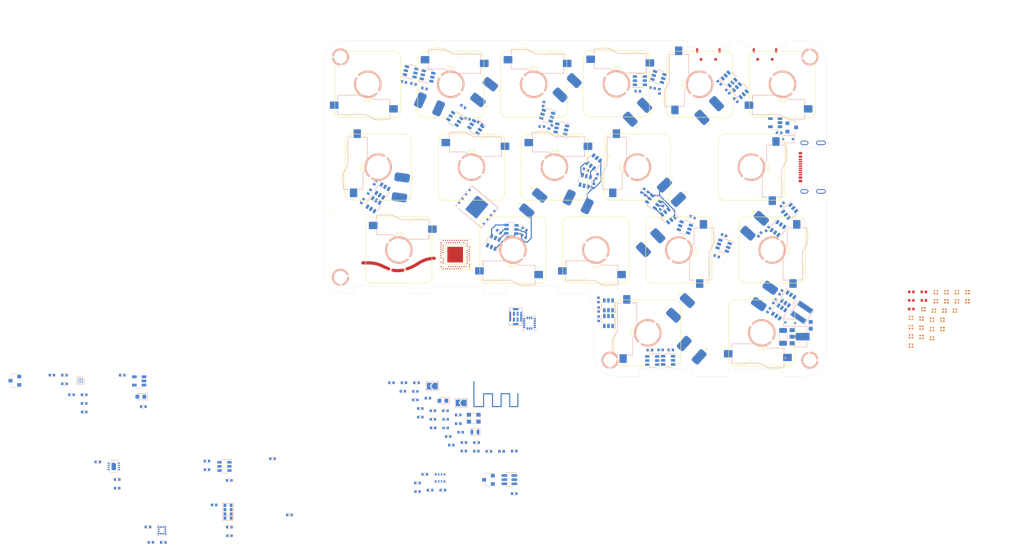
<source format=kicad_pcb>
(kicad_pcb (version 20211014) (generator pcbnew)
  (layers (0 "F.Cu" signal) (1 "In1.Cu" signal) (2 "In2.Cu" signal) (31 "B.Cu" signal) (34 "B.Paste" user) (35 "F.Paste" user) (36 "B.SilkS" user "B.Silkscreen") (37 "F.SilkS" user "F.Silkscreen") (38 "B.Mask" user) (39 "F.Mask" user) (44 "Edge.Cuts" user))
  (net 0 "")
  (net 1 "B1-")
  (net 2 "B+")
  (net 3 "B2-")
  (net 4 "B3-")
  (net 5 "B4-")
  (net 6 "B6-")
  (net 7 "B7-")
  (net 8 "B8-")
  (net 9 "B10-")
  (net 10 "B11-")
  (net 11 "B12-")
  (net 12 "GND")
  (net 13 "/MCU/RESET PIN")
  (net 16 "Net-(AE1-Pad1)")
  (net 17 "/MCU/P0.29")
  (net 18 "/MCU/P0.02")
  (net 19 "/MCU/P1.15")
  (net 20 "/MCU/P1.13")
  (net 21 "/MCU/P0.25")
  (net 22 "/MCU/P0.13")
  (net 23 "/MCU/P0.15")
  (net 24 "/MCU/P0.24")
  (net 25 "/MCU/P0.30")
  (net 26 "/MCU/P0.28")
  (net 27 "/MCU/P0.03")
  (net 28 "/MCU/P1.14")
  (net 29 "/MCU/P0.10")
  (net 30 "/MCU/P0.06")
  (net 31 "/MCU/P0.09")
  (net 32 "/MCU/P1.06")
  (net 33 "/MCU/P1.04")
  (net 34 "/MCU/P1.03")
  (net 35 "B5-")
  (net 36 "B9-")
  (net 37 "Net-(C1-Pad1)")
  (net 38 "Net-(C2-Pad1)")
  (net 39 "Net-(C3-Pad1)")
  (net 40 "Net-(C4-Pad1)")
  (net 41 "Net-(C5-Pad1)")
  (net 42 "Net-(C6-Pad1)")
  (net 43 "Net-(C7-Pad1)")
  (net 44 "Net-(C8-Pad1)")
  (net 45 "Net-(C9-Pad1)")
  (net 46 "Net-(C10-Pad1)")
  (net 47 "Net-(C11-Pad1)")
  (net 48 "Net-(C12-Pad1)")
  (net 49 "/LEDLane/Led_Vin")
  (net 50 "VBUS")
  (net 51 "B14-")
  (net 52 "B13-")
  (net 53 "SCL")
  (net 54 "Net-(C13-Pad1)")
  (net 55 "Net-(C14-Pad1)")
  (net 56 "Net-(C22-Pad1)")
  (net 57 "Net-(C23-Pad1)")
  (net 58 "Net-(C34-Pad2)")
  (net 59 "Net-(C26-Pad2)")
  (net 60 "Net-(C36-Pad2)")
  (net 61 "Net-(C27-Pad2)")
  (net 62 "/Filter&Reg/VBAT")
  (net 63 "Net-(C29-Pad1)")
  (net 64 "Net-(D1-Pad1)")
  (net 65 "Net-(D2-Pad1)")
  (net 66 "Net-(D2-Pad2)")
  (net 67 "Net-(D3-Pad2)")
  (net 68 "Net-(D4-Pad1)")
  (net 69 "CC1")
  (net 70 "Net-(J1-PadA6)")
  (net 71 "Net-(J1-PadA7)")
  (net 72 "CC2")
  (net 74 "Net-(JP1-Pad1)")
  (net 75 "Net-(JP1-Pad2)")
  (net 76 "Net-(JP2-Pad1)")
  (net 77 "Net-(L1-Pad2)")
  (net 78 "Net-(L2-Pad2)")
  (net 79 "Net-(Q2-Pad1)")
  (net 81 "GND1")
  (net 82 "Net-(Q11-Pad3)")
  (net 84 "Net-(Q11-Pad1)")
  (net 86 "Net-(Q12-Pad3)")
  (net 88 "Net-(Q12-Pad1)")
  (net 90 "Net-(Q13-Pad3)")
  (net 92 "Net-(Q13-Pad1)")
  (net 94 "Net-(Q14-Pad3)")
  (net 96 "Net-(Q14-Pad1)")
  (net 98 "Net-(Q15-Pad3)")
  (net 100 "Net-(Q15-Pad1)")
  (net 102 "Net-(Q16-Pad3)")
  (net 104 "Net-(Q16-Pad1)")
  (net 106 "Net-(Q17-Pad3)")
  (net 108 "Net-(Q17-Pad1)")
  (net 110 "Net-(Q10-Pad4)")
  (net 112 "Net-(Q10-Pad6)")
  (net 113 "Net-(Q11-Pad2)")
  (net 115 "Net-(Q12-Pad2)")
  (net 117 "Net-(Q13-Pad2)")
  (net 119 "Net-(Q14-Pad2)")
  (net 121 "Net-(Q15-Pad2)")
  (net 123 "Net-(Q16-Pad2)")
  (net 125 "Net-(Q17-Pad2)")
  (net 127 "Net-(Q18-Pad2)")
  (net 130 "Net-(Q19-Pad4)")
  (net 132 "Net-(Q19-Pad6)")
  (net 134 "Net-(Q20-Pad4)")
  (net 136 "Net-(Q20-Pad6)")
  (net 138 "Net-(Q21-Pad4)")
  (net 140 "Net-(Q21-Pad6)")
  (net 142 "Net-(Q22-Pad4)")
  (net 144 "Net-(Q22-Pad6)")
  (net 145 "Net-(Q23-Pad2)")
  (net 147 "Net-(Q24-Pad2)")
  (net 149 "Net-(Q25-Pad2)")
  (net 151 "Net-(Q26-Pad2)")
  (net 153 "/ExtVcc/GND_EN")
  (net 154 "/LEDLane/Led_Ground")
  (net 155 "/MCU/BatOffPin")
  (net 156 "SDA")
  (net 157 "/FuelGauge/BatteryPin")
  (net 158 "Net-(C35-Pad2)")
  (net 159 "Net-(C37-Pad2)")
  (net 160 "Net-(C38-Pad1)")
  (net 161 "Net-(C39-Pad2)")
  (net 162 "/Gyro/Gyro_Interupt")
  (net 163 "/BAROMETRIC/CSB")
  (net 164 "/BAROMETRIC/SDO")
  (net 165 "/LIGHT/APDS_IRQ")
  (net 168 "Net-(U2-Pad3)")
  (net 170 "Net-(U4-Pad4)")
  (net 171 "Net-(U5-Pad4)")
  (net 172 "Net-(U6-Pad4)")
  (net 173 "Net-(U7-Pad4)")
  (net 174 "Net-(U8-Pad4)")
  (net 175 "Net-(U10-Pad1)")
  (net 176 "Net-(U10-Pad4)")
  (net 177 "Net-(U11-Pad4)")
  (net 178 "Net-(U12-Pad4)")
  (net 179 "Net-(U13-Pad4)")
  (net 180 "Net-(U14-Pad4)")
  (net 181 "Net-(U15-Pad4)")
  (net 182 "Net-(U16-Pad4)")
  (net 183 "Net-(U17-Pad4)")
  (net 184 "Net-(U18-Pad4)")
  (net 185 "Net-(U19-Pad4)")
  (net 186 "Net-(U20-Pad4)")
  (net 187 "Net-(U21-Pad4)")
  (net 188 "Net-(U22-Pad4)")
  (net 189 "Net-(U23-Pad4)")
  (net 190 "Net-(U24-Pad4)")
  (net 191 "Net-(U25-Pad4)")
  (net 192 "Net-(U26-Pad4)")
  (net 193 "/LEDLane/DIN")
  (net 194 "/MCU/D+")
  (net 195 "/MCU/D-")
  (net 196 "/MCU/P0.31")
  (net 198 "/MCU/SWC")
  (net 199 "DCCH")
  (net 200 "/MCU/P0.14")
  (net 201 "/MCU/P0.16")
  (net 202 "/FLASH/QSPI_SCK")
  (net 203 "/FLASH/QSPI_DATA3")
  (net 204 "/FLASH/QSPI_DATA2")
  (net 205 "/MCU/SWD")
  (net 206 "/FLASH/QSPI_DATA0")
  (net 207 "/FLASH/QSPI_CS")
  (net 208 "/FLASH/QSPI_DATA1")
  (net 209 "/MCU/P1.12")
  (net 210 "/MCU/PDM_DAT")
  (net 211 "/MCU/PDM_CLK")
  (net 212 "PROG")
  (net 213 "/MCU/P0.07")
  (net 214 "/MCU/P0.08")
  (net 215 "/MCU/P1.07")
  (net 216 "/MCU/P0.05")
  (net 220 "Net-(U37-Pad3)")
  (net 224 "Net-(C41-Pad2)")
  (net 225 "Net-(C49-Pad1)")
  (net 227 "Net-(Q27-Pad4)")
  (net 229 "Net-(Q27-Pad6)")
  (net 231 "Net-(Q28-Pad4)")
  (net 233 "Net-(Q28-Pad6)")
  (net 234 "Net-(Q30-Pad2)")
  (net 236 "Net-(Q31-Pad2)")
  (net 238 "Net-(R43-Pad1)")
  (net 239 "Net-(R43-Pad2)")
  (net 240 "Net-(R44-Pad2)")
  (net 241 "Net-(R45-Pad1)")
  (net 242 "/BAROMETRIC/NRF_VDD")
  (footprint "Library:BatteryV2" (layer "F.Cu") (at 177.918309 88.578937 -136)
    (fp_text reference "B6" hide)
    (fp_text value "Battery")
    (fp_line (start 10.35 13.65) (end 10.35 0.2) (layer "Edge.Cuts") (width 0.01))
    (fp_line (start 9.95 -0.2) (end 0.2 -0.2) (layer "Edge.Cuts") (width 0.01))
    (fp_line (start 9.25 10.600002) (end 9.25 13.65) (layer "Edge.Cuts") (width 0.01))
    (fp_line (start 0.9 13.65) (end 0.900002 10.6) (layer "Edge.Cuts") (width 0.01))
    (fp_line (start -0.2 0.2) (end -0.2 13.65) (layer "Edge.Cuts") (width 0.01))
    (fp_line (start 8.85 10.200002) (end 1.300002 10.2) (layer "Edge.Cuts") (width 0.01))
    (fp_arc (start 0.9 13.65) (mid 0.35 14.2) (end -0.2 13.65) (layer "Edge.Cuts") (width 0.01))
    (fp_arc (start 0.900002 10.6) (mid 1.01716 10.317158) (end 1.300002 10.2) (layer "Edge.Cuts") (width 0.01))
    (fp_arc (start 8.85 10.200002) (mid 9.132842 10.31716) (end 9.25 10.600002) (layer "Edge.Cuts") (width 0.01))
    (fp_arc (start 9.95 -0.2) (mid 10.232843 -0.082843) (end 10.35 0.2) (layer "Edge.Cuts") (width 0.01))
    (fp_arc (start -0.2 0.2) (mid -0.082842 -0.082843) (end 0.2 -0.2) (layer "Edge.Cuts") (width 0.01))
    (fp_arc (start 10.35 13.65) (mid 9.8 14.2) (end 9.25 13.65) (layer "Edge.Cuts") (width 0.01))
  )
  (footprint "Library:GateronHotswap" (layer "F.Cu") (at 194.5125 134.188524)
    (fp_text reference "REF**" hide)
    (fp_text value "GateronHotswap")
  )
  (footprint "Library:Led-ARGB" (layer "F.Cu") (at 233.596428 131.19)
    (fp_text reference "U10" hide)
    (fp_text value "WS2812B_-_1010")
  )
  (footprint "Library:GateronHotswap" (layer "F.Cu") (at 104.025 77.038524)
    (fp_text reference "REF**" hide)
    (fp_text value "GateronHotswap")
  )
  (footprint "" (layer "F.Cu") (at 97.75 70.763524)
    (fp_text reference "")
    (fp_text value "")
  )
  (footprint "" (layer "F.Cu") (at 205.54995 70.763514 -90)
    (fp_text reference "")
    (fp_text value "")
  )
  (footprint "Library:Led-ARGB" (layer "F.Cu") (at 233.596428 133.31)
    (fp_text reference "U7" hide)
    (fp_text value "WS2812B_-_1010")
  )
  (footprint "Library:USB-C_C168688" (layer "F.Cu") (at 203.802725 96.088524 -90)
    (fp_text reference "J1" hide)
    (fp_text value "USB-C USB 2.0 MC-372")
  )
  (footprint "Library:BatteryV2" (layer "F.Cu") (at 194.340207 88.380839 -137)
    (fp_text reference "B1" hide)
    (fp_text value "Battery")
    (fp_line (start 8.85 10.200002) (end 1.300002 10.2) (layer "Edge.Cuts") (width 0.01))
    (fp_line (start 10.35 13.65) (end 10.35 0.2) (layer "Edge.Cuts") (width 0.01))
    (fp_line (start 0.9 13.65) (end 0.900002 10.6) (layer "Edge.Cuts") (width 0.01))
    (fp_line (start -0.2 0.2) (end -0.2 13.65) (layer "Edge.Cuts") (width 0.01))
    (fp_line (start 9.25 10.600002) (end 9.25 13.65) (layer "Edge.Cuts") (width 0.01))
    (fp_line (start 9.95 -0.2) (end 0.2 -0.2) (layer "Edge.Cuts") (width 0.01))
    (fp_arc (start 8.85 10.200002) (mid 9.132842 10.31716) (end 9.25 10.600002) (layer "Edge.Cuts") (width 0.01))
    (fp_arc (start 0.900002 10.6) (mid 1.01716 10.317158) (end 1.300002 10.2) (layer "Edge.Cuts") (width 0.01))
    (fp_arc (start 9.95 -0.2) (mid 10.232843 -0.082843) (end 10.35 0.2) (layer "Edge.Cuts") (width 0.01))
    (fp_arc (start 0.9 13.65) (mid 0.35 14.2) (end -0.2 13.65) (layer "Edge.Cuts") (width 0.01))
    (fp_arc (start 10.35 13.65) (mid 9.8 14.2) (end 9.25 13.65) (layer "Edge.Cuts") (width 0.01))
    (fp_arc (start -0.2 0.2) (mid -0.082842 -0.082842) (end 0.2 -0.2) (layer "Edge.Cuts") (width 0.01))
  )
  (footprint "Library:Led-ARGB" (layer "F.Cu") (at 236.926428 126.95)
    (fp_text reference "U12" hide)
    (fp_text value "WS2812B_-_1010")
  )
  (footprint "Library:Led-ARGB" (layer "F.Cu") (at 228.776428 134.98)
    (fp_text reference "U16" hide)
    (fp_text value "WS2812B_-_1010")
  )
  (footprint "Library:Led-ARGB" (layer "F.Cu") (at 238.876428 129.07)
    (fp_text reference "U5" hide)
    (fp_text value "WS2812B_-_1010")
  )
  (footprint "Library:GateronHotswap" (layer "F.Cu") (at 146.8875 96.088524 180)
    (fp_text reference "REF**" hide)
    (fp_text value "GateronHotswap")
  )
  (footprint "Library:GateronHotswap" (layer "F.Cu") (at 142.125 77.038524 180)
    (fp_text reference "REF**" hide)
    (fp_text value "GateronHotswap")
  )
  (footprint "Library:AQFN-73-1EP_7x7mm_P0.5mm_NRF52840-custom" (layer "F.Cu") (at 124.1 116.2 180)
    (fp_text reference "U30" hide)
    (fp_text value "nRF52840_aQFN73")
  )
  (footprint "Library:Button" (layer "F.Cu") (at 182.245953 71.013525)
    (fp_text reference "U1" hide)
    (fp_text value "Button")
    (fp_line (start -2.32 0) (end -2.32 -2.25) (layer "Edge.Cuts") (width 0.01))
    (fp_line (start 2.32 0) (end -2.32 0) (layer "Edge.Cuts") (width 0.01))
    (fp_line (start 2.32 0) (end 2.32 -2.25) (layer "Edge.Cuts") (width 0.01))
  )
  (footprint "Library:Led-ARGB" (layer "F.Cu") (at 228.776428 130.74)
    (fp_text reference "U20" hide)
    (fp_text value "WS2812B_-_1010")
  )
  (footprint "Library:GateronHotswap" (layer "F.Cu") (at 199.275 77.038524)
    (fp_text reference "REF**" hide)
    (fp_text value "GateronHotswap")
  )
  (footprint "Library:Led-ARGB" (layer "F.Cu") (at 236.466428 129.07)
    (fp_text reference "U21" hide)
    (fp_text value "WS2812B_-_1010")
  )
  (footprint "Capacitor_SMD:C_0402_1005Metric" (layer "F.Cu") (at 231.731428 126.725)
    (fp_text reference "C18" hide)
    (fp_text value "100nF")
  )
  (footprint "Library:BatteryV2" (layer "F.Cu") (at 180.55 105.3 48)
    (fp_text reference "B7" hide)
    (fp_text value "Battery")
    (fp_line (start -0.2 0.2) (end -0.2 13.65) (layer "Edge.Cuts") (width 0.01))
    (fp_line (start 9.95 -0.2) (end 0.2 -0.2) (layer "Edge.Cuts") (width 0.01))
    (fp_line (start 0.9 13.65) (end 0.900002 10.6) (layer "Edge.Cuts") (width 0.01))
    (fp_line (start 8.85 10.200002) (end 1.300002 10.2) (layer "Edge.Cuts") (width 0.01))
    (fp_line (start 10.35 13.65) (end 10.35 0.2) (layer "Edge.Cuts") (width 0.01))
    (fp_line (start 9.25 10.600002) (end 9.25 13.65) (layer "Edge.Cuts") (width 0.01))
    (fp_arc (start 0.900002 10.6) (mid 1.01716 10.317158) (end 1.300002 10.2) (layer "Edge.Cuts") (width 0.01))
    (fp_arc (start 8.85 10.200002) (mid 9.132842 10.31716) (end 9.25 10.600002) (layer "Edge.Cuts") (width 0.01))
    (fp_arc (start 9.95 -0.2) (mid 10.232843 -0.082843) (end 10.35 0.2) (layer "Edge.Cuts") (width 0.01))
    (fp_arc (start 0.9 13.65) (mid 0.35 14.2) (end -0.2 13.65) (layer "Edge.Cuts") (width 0.01))
    (fp_arc (start -0.2 0.2) (mid -0.082842 -0.082842) (end 0.2 -0.2) (layer "Edge.Cuts") (width 0.01))
    (fp_arc (start 10.35 13.65) (mid 9.8 14.2) (end 9.25 13.65) (layer "Edge.Cuts") (width 0.01))
  )
  (footprint "Library:Led-ARGB" (layer "F.Cu") (at 234.516428 124.83)
    (fp_text reference "U23" hide)
    (fp_text value "WS2812B_-_1010")
  )
  (footprint "Library:GateronHotswap" (layer "F.Cu") (at 168.31875 134.188524 -90)
    (fp_text reference "REF**" hide)
    (fp_text value "GateronHotswap")
  )
  (footprint "Library:BatteryV2" (layer "F.Cu") (at 182.681534 125.846797 -42)
    (fp_text reference "B11" hide)
    (fp_text value "Battery")
    (fp_line (start 8.85 10.200002) (end 1.300002 10.2) (layer "Edge.Cuts") (width 0.01))
    (fp_line (start 9.95 -0.2) (end 0.2 -0.2) (layer "Edge.Cuts") (width 0.01))
    (fp_line (start 9.25 10.600002) (end 9.25 13.65) (layer "Edge.Cuts") (width 0.01))
    (fp_line (start 10.35 13.65) (end 10.35 0.2) (layer "Edge.Cuts") (width 0.01))
    (fp_line (start -0.2 0.2) (end -0.2 13.65) (layer "Edge.Cuts") (width 0.01))
    (fp_line (start 0.9 13.65) (end 0.900002 10.6) (layer "Edge.Cuts") (width 0.01))
    (fp_arc (start -0.2 0.2) (mid -0.082842 -0.082842) (end 0.2 -0.2) (layer "Edge.Cuts") (width 0.01))
    (fp_arc (start 9.95 -0.2) (mid 10.232843 -0.082843) (end 10.35 0.2) (layer "Edge.Cuts") (width 0.01))
    (fp_arc (start 0.9 13.65) (mid 0.35 14.2) (end -0.2 13.65) (layer "Edge.Cuts") (width 0.01))
    (fp_arc (start 10.35 13.65) (mid 9.8 14.2) (end 9.25 13.65) (layer "Edge.Cuts") (width 0.01))
    (fp_arc (start 8.85 10.200002) (mid 9.132842 10.31716) (end 9.25 10.600002) (layer "Edge.Cuts") (width 0.01))
    (fp_arc (start 0.900002 10.6) (mid 1.01716 10.317158) (end 1.300002 10.2) (layer "Edge.Cuts") (width 0.01))
  )
  (footprint "Library:Led-ARGB" (layer "F.Cu") (at 231.186428 133.01)
    (fp_text reference "U6" hide)
    (fp_text value "WS2812B_-_1010")
  )
  (footprint "Library:BatteryV2" (layer "F.Cu") (at 124.193029 97.388894 -98)
    (fp_text reference "B13" hide)
    (fp_text value "Battery")
    (fp_line (start 9.25 10.600002) (end 9.25 13.65) (layer "Edge.Cuts") (width 0.01))
    (fp_line (start 0.9 13.65) (end 0.900002 10.6) (layer "Edge.Cuts") (width 0.01))
    (fp_line (start 10.35 13.65) (end 10.35 0.2) (layer "Edge.Cuts") (width 0.01))
    (fp_line (start 8.85 10.200002) (end 1.300002 10.2) (layer "Edge.Cuts") (width 0.01))
    (fp_line (start 9.95 -0.2) (end 0.2 -0.2) (layer "Edge.Cuts") (width 0.01))
    (fp_line (start -0.2 0.2) (end -0.2 13.65) (layer "Edge.Cuts") (width 0.01))
    (fp_arc (start -0.2 0.2) (mid -0.082842 -0.082842) (end 0.2 -0.2) (layer "Edge.Cuts") (width 0.01))
    (fp_arc (start 0.900002 10.6) (mid 1.01716 10.317158) (end 1.300002 10.2) (layer "Edge.Cuts") (width 0.01))
    (fp_arc (start 10.35 13.65) (mid 9.799999 14.2) (end 9.25 13.65) (layer "Edge.Cuts") (width 0.01))
    (fp_arc (start 8.85 10.200002) (mid 9.132842 10.31716) (end 9.25 10.600002) (layer "Edge.Cuts") (width 0.01))
    (fp_arc (start 9.95 -0.2) (mid 10.232842 -0.082842) (end 10.35 0.2) (layer "Edge.Cuts") (width 0.01))
    (fp_arc (start 0.9 13.65) (mid 0.35 14.2) (end -0.2 13.65) (layer "Edge.Cuts") (width 0.01))
  )
  (footprint "Capacitor_SMD:C_0402_1005Metric" (layer "F.Cu") (at 228.861428 126.725)
    (fp_text reference "C20" hide)
    (fp_text value "100nF")
  )
  (footprint "Library:GateronHotswap" (layer "F.Cu") (at 196.893751 115.138524 90)
    (fp_text reference "REF**" hide)
    (fp_text value "GateronHotswap")
  )
  (footprint "Library:Led-ARGB" (layer "F.Cu") (at 234.056428 129.07)
    (fp_text reference "U17" hide)
    (fp_text value "WS2812B_-_1010")
  )
  (footprint "Library:Led-ARGB" (layer "F.Cu") (at 231.646428 128.77)
    (fp_text reference "U27" hide)
    (fp_text value "WS2812B_-_1010")
  )
  (footprint "Library:GateronHotswap" (layer "F.Cu") (at 137.3625 115.138524)
    (fp_text reference "REF**" hide)
    (fp_text value "GateronHotswap")
  )
  (footprint "Library:ConicCorner" (layer "F.Cu") (at 207.299949 67.013524)
    (fp_text reference "REF**" hide)
    (fp_text value "ConicCorner" hide)
    (fp_line (start 0.685007 1.565378) (end 0.56 1.44) (layer "Edge.Cuts") (width 0.03))
    (fp_line (start -3.109557 0.029585) (end -3.326097 0.014735) (layer "Edge.Cuts") (width 0.03))
    (fp_line (start -2.476649 0.094994) (end -2.684833 0.069714) (layer "Edge.Cuts") (width 0.03))
    (fp_line (start 0.685007 1.565378) (end 0.803113 1.697657) (layer "Edge.Cuts") (width 0.03))
    (fp_line (start 1.589742 3.127744) (end 1.650704 3.30803) (layer "Edge.Cuts") (width 0.03))
    (fp_line (start -0.608282 0.620207) (end -0.77787 0.545713) (layer "Edge.Cuts") (width 0.03))
    (fp_line (start 0.434993 1.314622) (end 0.302343 1.196887) (layer "Edge.Cuts") (width 0.03))
    (fp_line (start 0.434993 1.314622) (end 0.56 1.44) (layer "Edge.Cuts") (width 0.03))
    (fp_line (start -1.127744 0.410258) (end -1.30803 0.349296) (layer "Edge.Cuts") (width 0.03))
    (fp_line (start 1.905006 4.476649) (end 1.930286 4.684833) (layer "Edge.Cuts") (width 0.03))
    (fp_line (start 1.970415 5.109557) (end 1.985265 5.326097) (layer "Edge.Cuts") (width 0.03))
    (fp_line (start 1.38 2.61) (end 1.454287 2.77787) (layer "Edge.Cuts") (width 0.03))
    (fp_curve (pts (xy 1.113416 2.13435) (xy 1.209506 2.286225) (xy 1.298275 2.444307) (xy 1.379793 2.608282)) (layer "Edge.Cuts") (width 0.03))
    (fp_curve (pts (xy -4 0) (xy -3.771346 0) (xy -3.546712 0.004911) (xy -3.326097 0.014735)) (layer "Edge.Cuts") (width 0.03))
    (fp_curve (pts (xy -0.608282 0.620207) (xy -0.444307 0.701725) (xy -0.286225 0.790494) (xy -0.13435 0.886584)) (layer "Edge.Cuts") (width 0.03))
    (fp_curve (pts (xy 1.650704 3.30803) (xy 1.705157 3.493399) (xy 1.753391 3.683603) (xy 1.795683 3.87844)) (layer "Edge.Cuts") (width 0.03))
    (fp_curve (pts (xy 1.985265 5.326097) (xy 1.995089 5.546712) (xy 2 5.771346) (xy 2 6)) (layer "Edge.Cuts") (width 0.03))
    (fp_curve (pts (xy 1.795683 3.87844) (xy 1.837975 4.073277) (xy 1.874324 4.272747) (xy 1.905006 4.476649)) (layer "Edge.Cuts") (width 0.03))
    (fp_curve (pts (xy -0.13435 0.886584) (xy 0.017526 0.982674) (xy 0.163194 1.086085) (xy 0.302343 1.196887)) (layer "Edge.Cuts") (width 0.03))
    (fp_curve (pts (xy 0.803113 1.697657) (xy 0.913915 1.836806) (xy 1.017326 1.982474) (xy 1.113416 2.13435)) (layer "Edge.Cuts") (width 0.03))
    (fp_curve (pts (xy 1.454287 2.77787) (xy 1.522015 2.952807) (xy 1.522015 2.952807) (xy 1.589742 3.127744)) (layer "Edge.Cuts") (width 0.03))
    (fp_curve (pts (xy -1.127744 0.410258) (xy -0.952807 0.477985) (xy -0.952807 0.477985) (xy -0.77787 0.545713)) (layer "Edge.Cuts") (width 0.03))
    (fp_curve (pts (xy -2.476649 0.094994) (xy -2.272747 0.125676) (xy -2.073277 0.162025) (xy -1.87844 0.204317)) (layer "Edge.Cuts") (width 0.03))
    (fp_curve (pts (xy 1.930286 4.684833) (xy 1.95035 4.897195) (xy 1.95035 4.897195) (xy 1.970415 5.109557)) (layer "Edge.Cuts") (width 0.03))
    (fp_curve (pts (xy -3.109557 0.029585) (xy -2.897195 0.04965) (xy -2.897195 0.04965) (xy -2.684833 0.069714)) (layer "Edge.Cuts") (width 0.03))
    (fp_curve (pts (xy -1.87844 0.204317) (xy -1.683603 0.246609) (xy -1.493399 0.294843) (xy -1.30803 0.349296)) (layer "Edge.Cuts") (width 0.03))
  )
  (footprint "Library:Led-ARGB" (layer "F.Cu") (at 241.746428 124.83)
    (fp_text reference "U13" hide)
    (fp_text value "WS2812B_-_1010")
  )
  (footprint "Library:Led-ARGB" (layer "F.Cu") (at 231.186428 135.13)
    (fp_text reference "U9" hide)
    (fp_text value "WS2812B_-_1010")
  )
  (footprint "Library:Led-ARGB" (layer "F.Cu") (at 236.926428 124.83)
    (fp_text reference "U22" hide)
    (fp_text value "WS2812B_-_1010")
  )
  (footprint "Library:BatteryV2" (layer "F.Cu") (at 129.575 100.525 50)
    (fp_text reference "B14" hide)
    (fp_text value "Battery")
    (fp_line (start 9.25 10.600002) (end 9.25 13.65) (layer "Edge.Cuts") (width 0.01))
    (fp_line (start 8.85 10.200002) (end 1.300002 10.2) (layer "Edge.Cuts") (width 0.01))
    (fp_line (start 0.9 13.65) (end 0.900002 10.6) (layer "Edge.Cuts") (width 0.01))
    (fp_line (start -0.2 0.2) (end -0.2 13.65) (layer "Edge.Cuts") (width 0.01))
    (fp_line (start 9.95 -0.2) (end 0.2 -0.2) (layer "Edge.Cuts") (width 0.01))
    (fp_line (start 10.35 13.65) (end 10.35 0.2) (layer "Edge.Cuts") (width 0.01))
    (fp_arc (start 10.35 13.65) (mid 9.8 14.2) (end 9.25 13.65) (layer "Edge.Cuts") (width 0.01))
    (fp_arc (start 0.9 13.65) (mid 0.35 14.2) (end -0.2 13.65) (layer "Edge.Cuts") (width 0.01))
    (fp_arc (start -0.2 0.2) (mid -0.082842 -0.082842) (end 0.2 -0.2) (layer "Edge.Cuts") (width 0.01))
    (fp_arc (start 8.85 10.200002) (mid 9.132843 10.31716) (end 9.25 10.600002) (layer "Edge.Cuts") (width 0.01))
    (fp_arc (start 0.900002 10.6) (mid 1.01716 10.317158) (end 1.300002 10.2) (layer "Edge.Cuts") (width 0.01))
    (fp_arc (start 9.95 -0.2) (mid 10.232842 -0.082842) (end 10.35 0.2) (layer "Edge.Cuts") (width 0.01))
  )
  (footprint "Capacitor_SMD:C_0402_1005Metric" (layer "F.Cu") (at 228.861428 124.755)
    (fp_text reference "C17" hide)
    (fp_text value "100nF")
  )
  (footprint "" (layer "F.Cu") (at 205.549957 140.463525 180)
    (fp_text reference "")
    (fp_text value "")
  )
  (footprint "Library:BatteryV2" (layer "F.Cu") (at 178.878938 89.881692 -46)
    (fp_text reference "B5" hide)
    (fp_text value "Battery")
    (fp_line (start 9.95 -0.2) (end 0.2 -0.2) (layer "Edge.Cuts") (width 0.01))
    (fp_line (start 9.25 10.600002) (end 9.25 13.65) (layer "Edge.Cuts") (width 0.01))
    (fp_line (start -0.2 0.2) (end -0.2 13.65) (layer "Edge.Cuts") (width 0.01))
    (fp_line (start 10.35 13.65) (end 10.35 0.2) (layer "Edge.Cuts") (width 0.01))
    (fp_line (start 0.9 13.65) (end 0.900002 10.6) (layer "Edge.Cuts") (width 0.01))
    (fp_line (start 8.85 10.200002) (end 1.300002 10.2) (layer "Edge.Cuts") (width 0.01))
    (fp_arc (start 9.95 -0.2) (mid 10.232842 -0.082842) (end 10.35 0.2) (layer "Edge.Cuts") (width 0.01))
    (fp_arc (start 0.9 13.65) (mid 0.35 14.2) (end -0.2 13.65) (layer "Edge.Cuts") (width 0.01))
    (fp_arc (start 0.900002 10.6) (mid 1.01716 10.317158) (end 1.300002 10.2) (layer "Edge.Cuts") (width 0.01))
    (fp_arc (start -0.2 0.2) (mid -0.082842 -0.082843) (end 0.2 -0.2) (layer "Edge.Cuts") (width 0.01))
    (fp_arc (start 8.85 10.200002) (mid 9.132842 10.31716) (end 9.25 10.600002) (layer "Edge.Cuts") (width 0.01))
    (fp_arc (start 10.35 13.65) (mid 9.8 14.2) (end 9.25 13.65) (layer "Edge.Cuts") (width 0.01))
  )
  (footprint "Library:Led-ARGB" (layer "F.Cu") (at 236.006428 133.31)
    (fp_text reference "U24" hide)
    (fp_text value "WS2812B_-_1010")
  )
  (footprint "Library:BatteryV2" (layer "F.Cu") (at 117.952058 94.664884 156)
    (fp_text reference "B2" hide)
    (fp_text value "Battery")
    (fp_line (start -0.2 0.2) (end -0.2 13.65) (layer "Edge.Cuts") (width 0.01))
    (fp_line (start 9.25 10.600002) (end 9.25 13.65) (layer "Edge.Cuts") (width 0.01))
    (fp_line (start 8.85 10.200002) (end 1.300002 10.2) (layer "Edge.Cuts") (width 0.01))
    (fp_line (start 0.9 13.65) (end 0.900002 10.6) (layer "Edge.Cuts") (width 0.01))
    (fp_line (start 9.95 -0.2) (end 0.2 -0.2) (layer "Edge.Cuts") (width 0.01))
    (fp_line (start 10.35 13.65) (end 10.35 0.2) (layer "Edge.Cuts") (width 0.01))
    (fp_arc (start 10.35 13.65) (mid 9.8 14.2) (end 9.25 13.65) (layer "Edge.Cuts") (width 0.01))
    (fp_arc (start 0.9 13.65) (mid 0.35 14.2) (end -0.2 13.65) (layer "Edge.Cuts") (width 0.01))
    (fp_arc (start 8.85 10.200002) (mid 9.132843 10.31716) (end 9.25 10.600002) (layer "Edge.Cuts") (width 0.01))
    (fp_arc (start 9.95 -0.2) (mid 10.232843 -0.082843) (end 10.35 0.2) (layer "Edge.Cuts") (width 0.01))
    (fp_arc (start 0.900002 10.6) (mid 1.01716 10.317158) (end 1.300002 10.2) (layer "Edge.Cuts") (width 0.01))
    (fp_arc (start -0.2 0.2) (mid -0.082842 -0.082842) (end 0.2 -0.2) (layer "Edge.Cuts") (width 0.01))
  )
  (footprint "Library:BatteryV2" (layer "F.Cu") (at 151.656124 117.070582 154)
    (fp_text reference "B9" hide)
    (fp_text value "Battery")
    (fp_line (start -0.2 0.2) (end -0.2 13.65) (layer "Edge.Cuts") (width 0.01))
    (fp_line (start 9.95 -0.2) (end 0.2 -0.2) (layer "Edge.Cuts") (width 0.01))
    (fp_line (start 0.9 13.65) (end 0.900002 10.6) (layer "Edge.Cuts") (width 0.01))
    (fp_line (start 8.85 10.200002) (end 1.300002 10.2) (layer "Edge.Cuts") (width 0.01))
    (fp_line (start 10.35 13.65) (end 10.35 0.2) (layer "Edge.Cuts") (width 0.01))
    (fp_line (start 9.25 10.600002) (end 9.25 13.65) (layer "Edge.Cuts") (width 0.01))
    (fp_arc (start -0.2 0.2) (mid -0.082842 -0.082842) (end 0.2 -0.2) (layer "Edge.Cuts") (width 0.01))
    (fp_arc (start 0.900002 10.6) (mid 1.01716 10.317158) (end 1.300002 10.2) (layer "Edge.Cuts") (width 0.01))
    (fp_arc (start 8.85 10.200002) (mid 9.132842 10.31716) (end 9.25 10.600002) (layer "Edge.Cuts") (width 0.01))
    (fp_arc (start 9.95 -0.2) (mid 10.232842 -0.082842) (end 10.35 0.2) (layer "Edge.Cuts") (width 0.01))
    (fp_arc (start 0.9 13.65) (mid 0.35 14.2) (end -0.2 13.65) (layer "Edge.Cuts") (width 0.01))
    (fp_arc (start 10.35 13.65) (mid 9.8 14.2) (end 9.25 13.65) (layer "Edge.Cuts") (width 0.01))
  )
  (footprint "Capacitor_SMD:C_0402_1005Metric" (layer "F.Cu") (at 228.861428 128.695)
    (fp_text reference "C19" hide)
    (fp_text value "100nF")
  )
  (footprint "Library:GateronHotswap" (layer "F.Cu") (at 175.462499 115.138524 90)
    (fp_text reference "REF**" hide)
    (fp_text value "GateronHotswap")
  )
  (footprint "Library:ConicCorner" (layer "F.Cu") (at 157.9125 144.213524 180)
    (fp_text reference "REF**" hide)
    (fp_text value "ConicCorner" hide)
    (fp_line (start -2.476649 0.094994) (end -2.684833 0.069714) (layer "Edge.Cuts") (width 0.03))
    (fp_line (start 1.38 2.61) (end 1.454287 2.77787) (layer "Edge.Cuts") (width 0.03))
    (fp_line (start 0.434993 1.314622) (end 0.302343 1.196887) (layer "Edge.Cuts") (width 0.03))
    (fp_line (start 0.685007 1.565378) (end 0.56 1.44) (layer "Edge.Cuts") (width 0.03))
    (fp_line (start 1.905006 4.476649) (end 1.930286 4.684833) (layer "Edge.Cuts") (width 0.03))
    (fp_line (start -1.127744 0.410258) (end -1.30803 0.349296) (layer "Edge.Cuts") (width 0.03))
    (fp_line (start 0.685007 1.565378) (end 0.803113 1.697657) (layer "Edge.Cuts") (width 0.03))
    (fp_line (start 1.589742 3.127744) (end 1.650704 3.30803) (layer "Edge.Cuts") (width 0.03))
    (fp_line (start -3.109557 0.029585) (end -3.326097 0.014735) (layer "Edge.Cuts") (width 0.03))
    (fp_line (start -0.608282 0.620207) (end -0.77787 0.545713) (layer "Edge.Cuts") (width 0.03))
    (fp_line (start 0.434993 1.314622) (end 0.56 1.44) (layer "Edge.Cuts") (width 0.03))
    (fp_line (start 1.970415 5.109557) (end 1.985265 5.326097) (layer "Edge.Cuts") (width 0.03))
    (fp_curve (pts (xy 1.795683 3.87844) (xy 1.837975 4.073277) (xy 1.874324 4.272747) (xy 1.905006 4.476649)) (layer "Edge.Cuts") (width 0.03))
    (fp_curve (pts (xy -0.13435 0.886584) (xy 0.017526 0.982674) (xy 0.163194 1.086085) (xy 0.302343 1.196887)) (layer "Edge.Cuts") (width 0.03))
    (fp_curve (pts (xy -1.87844 0.204317) (xy -1.683603 0.246609) (xy -1.493399 0.294843) (xy -1.30803 0.349296)) (layer "Edge.Cuts") (width 0.03))
    (fp_curve (pts (xy 1.930286 4.684833) (xy 1.95035 4.897195) (xy 1.95035 4.897195) (xy 1.970415 5.109557)) (layer "Edge.Cuts") (width 0.03))
    (fp_curve (pts (xy -4 0) (xy -3.771346 0) (xy -3.546712 0.004911) (xy -3.326097 0.014735)) (layer "Edge.Cuts") (width 0.03))
    (fp_curve (pts (xy -3.109557 0.029585) (xy -2.897195 0.04965) (xy -2.897195 0.04965) (xy -2.684833 0.069714)) (layer "Edge.Cuts") (width 0.03))
    (fp_curve (pts (xy -1.127744 0.410258) (xy -0.952807 0.477985) (xy -0.952807 0.477985) (xy -0.77787 0.545713)) (layer "Edge.Cuts") (width 0.03))
    (fp_curve (pts (xy 1.113416 2.13435) (xy 1.209506 2.286225) (xy 1.298275 2.444307) (xy 1.379793 2.608282)) (layer "Edge.Cuts") (width 0.03))
    (fp_curve (pts (xy 1.650704 3.30803) (xy 1.705157 3.493399) (xy 1.753391 3.683603) (xy 1.795683 3.87844)) (layer "Edge.Cuts") (width 0.03))
    (fp_curve (pts (xy 0.803113 1.697657) (xy 0.913915 1.836806) (xy 1.017326 1.982474) (xy 1.113416 2.13435)) (layer "Edge.Cuts") (width 0.03))
    (fp_curve (pts (xy 1.454287 2.77787) (xy 1.522015 2.952807) (xy 1.522015 2.952807) (xy 1.589742 3.127744)) (layer "Edge.Cuts") (width 0.03))
    (fp_curve (pts (xy -2.476649 0.094994) (xy -2.272747 0.125676) (xy -2.073277 0.162025) (xy -1.87844 0.204317)) (layer "Edge.Cuts") (width 0.03))
    (fp_curve (pts (xy 1.985265 5.326097) (xy 1.995089 5.546712) (xy 2 5.771346) (xy 2 6)) (layer "Edge.Cuts") (width 0.03))
    (fp_curve (pts (xy -0.608282 0.620207) (xy -0.444307 0.701725) (xy -0.286225 0.790494) (xy -0.13435 0.886584)) (layer "Edge.Cuts") (width 0.03))
  )
  (footprint "Library:GateronHotswap" (layer "F.Cu") (at 123.075 77.038524 180)
    (fp_text reference "REF**" hide)
    (fp_text value "GateronHotswap")
  )
  (footprint "Library:Led-ARGB" (layer "F.Cu") (at 228.776428 137.1)
    (fp_text reference "U14" hide)
    (fp_text value "WS2812B_-_1010")
  )
  (footprint "Library:GateronHotswap" (layer "F.Cu") (at 165.9375 96.088524 -90)
    (fp_text reference "REF**" hide)
    (fp_text value "GateronHotswap")
  )
  (footprint "Library:BatteryV2" (layer "F.Cu") (at 182.396263 122.971617 55)
    (fp_text reference "B10" hide)
    (fp_text value "Battery")
    (fp_line (start 10.35 13.65) (end 10.35 0.2) (layer "Edge.Cuts") (width 0.01))
    (fp_line (start 9.25 10.600002) (end 9.25 13.65) (layer "Edge.Cuts") (width 0.01))
    (fp_line (start 0.9 13.65) (end 0.900002 10.6) (layer "Edge.Cuts") (width 0.01))
    (fp_line (start -0.2 0.2) (end -0.2 13.65) (layer "Edge.Cuts") (width 0.01))
    (fp_line (start 9.95 -0.2) (end 0.2 -0.2) (layer "Edge.Cuts") (width 0.01))
    (fp_line (start 8.85 10.200002) (end 1.300002 10.2) (layer "Edge.Cuts") (width 0.01))
    (fp_arc (start 8.85 10.200002) (mid 9.132842 10.31716) (end 9.25 10.600002) (layer "Edge.Cuts") (width 0.01))
    (fp_arc (start -0.2 0.2) (mid -0.082842 -0.082842) (end 0.2 -0.2) (layer "Edge.Cuts") (width 0.01))
    (fp_arc (start 9.95 -0.2) (mid 10.232843 -0.082842) (end 10.35 0.2) (layer "Edge.Cuts") (width 0.01))
    (fp_arc (start 0.9 13.65) (mid 0.35 14.2) (end -0.2 13.65) (layer "Edge.Cuts") (width 0.01))
    (fp_arc (start 0.900002 10.6) (mid 1.01716 10.317158) (end 1.300002 10.2) (layer "Edge.Cuts") (width 0.01))
    (fp_arc (start 10.35 13.65) (mid 9.800001 14.2) (end 9.25 13.65) (layer "Edge.Cuts") (width 0.01))
  )
  (footprint "Library:Led-ARGB" (layer "F.Cu") (at 228.776428 132.86)
    (fp_text reference "U11" hide)
    (fp_text value "WS2812B_-_1010")
  )
  (footprint "Library:Led-ARGB" (layer "F.Cu") (at 241.746428 126.95)
    (fp_text reference "U15" hide)
    (fp_text value "WS2812B_-_1010")
  )
  (footprint "Library:Led-ARGB" (layer "F.Cu") (at 239.336428 124.83)
    (fp_text reference "U8" hide)
    (fp_text value "WS2812B_-_1010")
  )
  (footprint "Library:Led-ARGB" (layer "F.Cu") (at 236.006428 131.19)
    (fp_text reference "U4" hide)
    (fp_text value "WS2812B_-_1010")
  )
  (footprint "" (layer "F.Cu") (at 97.75 121.413526 90)
    (fp_text reference "")
    (fp_text value "")
  )
  (footprint "Library:GateronHotswap" (layer "F.Cu") (at 127.8375 96.088524 180)
    (fp_text reference "REF**" hide)
    (fp_text value "GateronHotswap")
  )
  (footprint "Capacitor_SMD:C_0402_1005Metric" (layer "F.Cu") (at 231.731428 124.755)
    (fp_text reference "C16" hide)
    (fp_text value "100nF")
  )
  (footprint "Library:Led-ARGB" (layer "F.Cu") (at 231.186428 130.89)
    (fp_text reference "U18" hide)
    (fp_text value "WS2812B_-_1010")
  )
  (footprint "Library:ConicCorner" (layer "F.Cu") (at 96 125.163524 180)
    (fp_text reference "REF**" hide)
    (fp_text value "ConicCorner" hide)
    (fp_line (start -3.109557 0.029585) (end -3.326097 0.014735) (layer "Edge.Cuts") (width 0.03))
    (fp_line (start -2.476649 0.094994) (end -2.684833 0.069714) (layer "Edge.Cuts") (width 0.03))
    (fp_line (start -1.127744 0.410258) (end -1.30803 0.349296) (layer "Edge.Cuts") (width 0.03))
    (fp_line (start 1.589742 3.127744) (end 1.650704 3.30803) (layer "Edge.Cuts") (width 0.03))
    (fp_line (start 1.905006 4.476649) (end 1.930286 4.684833) (layer "Edge.Cuts") (width 0.03))
    (fp_line (start 1.970415 5.109557) (end 1.985265 5.326097) (layer "Edge.Cuts") (width 0.03))
    (fp_line (start 0.685007 1.565378) (end 0.803113 1.697657) (layer "Edge.Cuts") (width 0.03))
    (fp_line (start 0.434993 1.314622) (end 0.302343 1.196887) (layer "Edge.Cuts") (width 0.03))
    (fp_line (start 0.434993 1.314622) (end 0.56 1.44) (layer "Edge.Cuts") (width 0.03))
    (fp_line (start 0.685007 1.565378) (end 0.56 1.44) (layer "Edge.Cuts") (width 0.03))
    (fp_line (start -0.608282 0.620207) (end -0.77787 0.545713) (layer "Edge.Cuts") (width 0.03))
    (fp_line (start 1.38 2.61) (end 1.454287 2.77787) (layer "Edge.Cuts") (width 0.03))
    (fp_curve (pts (xy -1.127744 0.410258) (xy -0.952807 0.477985) (xy -0.952807 0.477985) (xy -0.77787 0.545713)) (layer "Edge.Cuts") (width 0.03))
    (fp_curve (pts (xy -3.109557 0.029585) (xy -2.897195 0.04965) (xy -2.897195 0.04965) (xy -2.684833 0.069714)) (layer "Edge.Cuts") (width 0.03))
    (fp_curve (pts (xy 1.113416 2.13435) (xy 1.209506 2.286225) (xy 1.298275 2.444307) (xy 1.379793 2.608282)) (layer "Edge.Cuts") (width 0.03))
    (fp_curve (pts (xy 1.795683 3.87844) (xy 1.837975 4.073277) (xy 1.874324 4.272747) (xy 1.905006 4.476649)) (layer "Edge.Cuts") (width 0.03))
    (fp_curve (pts (xy -0.608282 0.620207) (xy -0.444307 0.701725) (xy -0.286225 0.790494) (xy -0.13435 0.886584)) (layer "Edge.Cuts") (width 0.03))
    (fp_curve (pts (xy 1.650704 3.30803) (xy 1.705157 3.493399) (xy 1.753391 3.683603) (xy 1.795683 3.87844)) (layer "Edge.Cuts") (width 0.03))
    (fp_curve (pts (xy -0.13435 0.886584) (xy 0.017526 0.982674) (xy 0.163194 1.086085) (xy 0.302343 1.196887)) (layer "Edge.Cuts") (width 0.03))
    (fp_curve (pts (xy 1.454287 2.77787) (xy 1.522015 2.952807) (xy 1.522015 2.952807) (xy 1.589742 3.127744)) (layer "Edge.Cuts") (width 0.03))
    (fp_curve (pts (xy -4 0) (xy -3.771346 0) (xy -3.546712 0.004911) (xy -3.326097 0.014735)) (layer "Edge.Cuts") (width 0.03))
    (fp_curve (pts (xy 0.803113 1.697657) (xy 0.913915 1.836806) (xy 1.017326 1.982474) (xy 1.113416 2.13435)) (layer "Edge.Cuts") (width 0.03))
    (fp_curve (pts (xy -2.476649 0.094994) (xy -2.272747 0.125676) (xy -2.073277 0.162025) (xy -1.87844 0.204317)) (layer "Edge.Cuts") (width 0.03))
    (fp_curve (pts (xy 1.985265 5.326097) (xy 1.995089 5.546712) (xy 2 5.771346) (xy 2 6)) (layer "Edge.Cuts") (width 0.03))
    (fp_curve (pts (xy -1.87844 0.204317) (xy -1.683603 0.246609) (xy -1.493399 0.294843) (xy -1.30803 0.349296)) (layer "Edge.Cuts") (width 0.03))
    (fp_curve (pts (xy 1.930286 4.684833) (xy 1.95035 4.897195) (xy 1.95035 4.897195) (xy 1.970415 5.109557)) (layer "Edge.Cuts") (width 0.03))
  )
  (footprint "Library:BatteryV2" (layer "F.Cu") (at 143.325 82.225 -128)
    (fp_text reference "B12" hide)
    (fp_text value "Battery")
    (fp_line (start 0.9 13.65) (end 0.900002 10.6) (layer "Edge.Cuts") (width 0.01))
    (fp_line (start 10.35 13.65) (end 10.35 0.2) (layer "Edge.Cuts") (width 0.01))
    (fp_line (start 8.85 10.200002) (end 1.300002 10.2) (layer "Edge.Cuts") (width 0.01))
    (fp_line (start 9.95 -0.2) (end 0.2 -0.2) (layer "Edge.Cuts") (width 0.01))
    (fp_line (start 9.25 10.600002) (end 9.25 13.65) (layer "Edge.Cuts") (width 0.01))
    (fp_line (start -0.2 0.2) (end -0.2 13.65) (layer "Edge.Cuts") (width 0.01))
    (fp_arc (start 0.900002 10.6) (mid 1.01716 10.317158) (end 1.300002 10.2) (layer "Edge.Cuts") (width 0.01))
    (fp_arc (start 10.35 13.65) (mid 9.8 14.2) (end 9.25 13.65) (layer "Edge.Cuts") (width 0.01))
    (fp_arc (start -0.2 0.2) (mid -0.082842 -0.082842) (end 0.2 -0.2) (layer "Edge.Cuts") (width 0.01))
    (fp_arc (start 0.9 13.65) (mid 0.35 14.2) (end -0.2 13.65) (layer "Edge.Cuts") (width 0.01))
    (fp_arc (start 9.95 -0.2) (mid 10.232843 -0.082843) (end 10.35 0.2) (layer "Edge.Cuts") (width 0.01))
    (fp_arc (start 8.85 10.200002) (mid 9.132842 10.31716) (end 9.25 10.600002) (layer "Edge.Cuts") (width 0.01))
  )
  (footprint "Library:Led-ARGB" (layer "F.Cu") (at 239.336428 126.95)
    (fp_text reference "U25" hide)
    (fp_text value "WS2812B_-_1010")
  )
  (footprint "Library:BatteryV2" (layer "F.Cu") (at 163.612634 123.971715 47)
    (fp_text reference "B4" hide)
    (fp_text value "Battery")
    (fp_line (start 10.35 13.65) (end 10.35 0.2) (layer "Edge.Cuts") (width 0.01))
    (fp_line (start 0.9 13.65) (end 0.900002 10.6) (layer "Edge.Cuts") (width 0.01))
    (fp_line (start 9.25 10.600002) (end 9.25 13.65) (layer "Edge.Cuts") (width 0.01))
    (fp_line (start -0.2 0.2) (end -0.2 13.65) (layer "Edge.Cuts") (width 0.01))
    (fp_line (start 9.95 -0.2) (end 0.2 -0.2) (layer "Edge.Cuts") (width 0.01))
    (fp_line (start 8.85 10.200002) (end 1.300002 10.2) (layer "Edge.Cuts") (width 0.01))
    (fp_arc (start -0.2 0.2) (mid -0.082842 -0.082842) (end 0.2 -0.2) (layer "Edge.Cuts") (width 0.01))
    (fp_arc (start 8.85 10.200002) (mid 9.132842 10.31716) (end 9.25 10.600002) (layer "Edge.Cuts") (width 0.01))
    (fp_arc (start 9.95 -0.2) (mid 10.232842 -0.082842) (end 10.35 0.2) (layer "Edge.Cuts") (width 0.01))
    (fp_arc (start 0.900002 10.6) (mid 1.01716 10.317158) (end 1.300002 10.2) (layer "Edge.Cuts") (width 0.01))
    (fp_arc (start 0.9 13.65) (mid 0.35 14.2) (end -0.2 13.65) (layer "Edge.Cuts") (width 0.01))
    (fp_arc (start 10.35 13.65) (mid 9.8 14.2) (end 9.25 13.65) (layer "Edge.Cuts") (width 0.01))
  )
  (footprint "Library:Led-ARGB" (layer "F.Cu") (at 233.596428 135.43)
    (fp_text reference "U26" hide)
    (fp_text value "WS2812B_-_1010")
  )
  (footprint "Library:GateronHotswap" (layer "F.Cu") (at 111.16875 115.138524 180)
    (fp_text reference "REF**" hide)
    (fp_text value "GateronHotswap")
  )
  (footprint "Library:GateronHotswap" (layer "F.Cu") (at 180.225 77.038524 -90)
    (fp_text reference "REF**" hide)
    (fp_text value "GateronHotswap")
  )
  (footprint "Library:Button" (layer "F.Cu") (at 195.245952 71.013522)
    (fp_text reference "U2" hide)
    (fp_text value "Button")
    (fp_line (start 2.32 0) (end -2.32 0) (layer "Edge.Cuts") (width 0.01))
    (fp_line (start 2.32 0) (end 2.32 -2.25) (layer "Edge.Cuts") (width 0.01))
    (fp_line (start -2.32 0) (end -2.32 -2.25) (layer "Edge.Cuts") (width 0.01))
  )
  (footprint "Library:GateronHotswap" (layer "F.Cu") (at 161.111744 76.937516 180)
    (fp_text reference "REF**" hide)
    (fp_text value "GateronHotswap")
  )
  (footprint "Library:BatteryV2" (layer "F.Cu") (at 157 108.35 44)
    (fp_text reference "B8" hide)
    (fp_text value "Battery")
    (fp_line (start 10.35 13.65) (end 10.35 0.2) (layer "Edge.Cuts") (width 0.01))
    (fp_line (start 8.85 10.200002) (end 1.300002 10.2) (layer "Edge.Cuts") (width 0.01))
    (fp_line (start 0.9 13.65) (end 0.900002 10.6) (layer "Edge.Cuts") (width 0.01))
    (fp_line (start 9.95 -0.2) (end 0.2 -0.2) (layer "Edge.Cuts") (width 0.01))
    (fp_line (start -0.2 0.2) (end -0.2 13.65) (layer "Edge.Cuts") (width 0.01))
    (fp_line (start 9.25 10.600002) (end 9.25 13.65) (layer "Edge.Cuts") (width 0.01))
    (fp_arc (start 8.85 10.200002) (mid 9.132842 10.31716) (end 9.25 10.600002) (layer "Edge.Cuts") (width 0.01))
    (fp_arc (start 0.9 13.65) (mid 0.35 14.2) (end -0.2 13.65) (layer "Edge.Cuts") (width 0.01))
    (fp_arc (start -0.2 0.2) (mid -0.082842 -0.082843) (end 0.2 -0.2) (layer "Edge.Cuts") (width 0.01))
    (fp_arc (start 9.95 -0.2) (mid 10.232843 -0.082843) (end 10.35 0.2) (layer "Edge.Cuts") (width 0.01))
    (fp_arc (start 0.900002 10.6) (mid 1.01716 10.317158) (end 1.300002 10.2) (layer "Edge.Cuts") (width 0.01))
    (fp_arc (start 10.35 13.65) (mid 9.8 14.2) (end 9.25 13.65) (layer "Edge.Cuts") (width 0.01))
  )
  (footprint "" (layer "F.Cu") (at 159.6625 140.463526 90)
    (fp_text reference "")
    (fp_text value "")
  )
  (footprint "Library:GateronHotswap" (layer "F.Cu") (at 192.13125 96.088523 90)
    (fp_text reference "REF**" hide)
    (fp_text value "GateronHotswap")
  )
  (footprint "Library:BatteryV2" (layer "F.Cu") (at 161.975 82.525 -134)
    (fp_text reference "B3" hide)
    (fp_text value "Battery")
    (fp_line (start -0.2 0.2) (end -0.2 13.65) (layer "Edge.Cuts") (width 0.01))
    (fp_line (start 0.9 13.65) (end 0.900002 10.6) (layer "Edge.Cuts") (width 0.01))
    (fp_line (start 9.25 10.600002) (end 9.25 13.65) (layer "Edge.Cuts") (width 0.01))
    (fp_line (start 10.35 13.65) (end 10.35 0.2) (layer "Edge.Cuts") (width 0.01))
    (fp_line (start 8.85 10.200002) (end 1.300002 10.2) (layer "Edge.Cuts") (width 0.01))
    (fp_line (start 9.95 -0.2) (end 0.2 -0.2) (layer "Edge.Cuts") (width 0.01))
    (fp_arc (start 9.95 -0.2) (mid 10.232843 -0.082843) (end 10.35 0.2) (layer "Edge.Cuts") (width 0.01))
    (fp_arc (start 10.35 13.65) (mid 9.8 14.2) (end 9.25 13.65) (layer "Edge.Cuts") (width 0.01))
    (fp_arc (start 0.900002 10.6) (mid 1.01716 10.317158) (end 1.300002 10.2) (layer "Edge.Cuts") (width 0.01))
    (fp_arc (start 8.85 10.200002) (mid 9.132842 10.31716) (end 9.25 10.600002) (layer "Edge.Cuts") (width 0.01))
    (fp_arc (start -0.2 0.2) (mid -0.082842 -0.082843) (end 0.2 -0.2) (layer "Edge.Cuts") (width 0.01))
    (fp_arc (start 0.9 13.65) (mid 0.35 14.2) (end -0.2 13.65) (layer "Edge.Cuts") (width 0.01))
  )
  (footprint "Library:Led-ARGB" (layer "F.Cu") (at 234.516428 126.95)
    (fp_text reference "U19" hide)
    (fp_text value "WS2812B_-_1010")
  )
  (footprint "Library:GateronHotswap" (layer "F.Cu") (at 156.4125 115.138524)
    (fp_text reference "REF**" hide)
    (fp_text value "GateronHotswap")
  )
  (footprint "Library:GateronHotswap" (layer "F.Cu") (at 106.40625 96.088524 -90)
    (fp_text reference "REF**" hide)
    (fp_text value "GateronHotswap")
  )
  (footprint "Resistor_SMD:R_0402_1005Metric" (layer "B.Cu") (at 114.526969 76.958695 -14)
    (fp_text reference "R12" hide)
    (fp_text value "100")
  )
  (footprint "Diode_SMD:D_SOD-323F" (layer "B.Cu") (at 200.55 89.65 180)
    (fp_text reference "D1" hide)
    (fp_text value "1N5819")
  )
  (footprint "Library:SOT-23-6-Small" (layer "B.Cu") (at 159.300001 127.86 90)
    (fp_text reference "Q14" hide)
    (fp_text value "DW01")
  )
  (footprint "Capacitor_SMD:C_0402_1005Metric" (layer "B.Cu") (at 68.75 173.74 180)
    (fp_text reference "C48" hide)
    (fp_text value "0.1uF")
  )
  (footprint "Capacitor_SMD:C_0402_1005Metric" (layer "B.Cu") (at 121.905229 156.04 180)
    (fp_text reference "C34" hide)
    (fp_text value "820pF")
  )
  (footprint "Package_TO_SOT_SMD:SOT-23" (layer "B.Cu") (at 131.745229 167.97 180)
    (fp_text reference "Q2" hide)
    (fp_text value "AO3407")
  )
  (footprint "Library:SOT-23-6-Small" (layer "B.Cu") (at 105.352859 104.718079 -122)
    (fp_text reference "Q30" hide)
    (fp_text value "DW01")
  )
  (footprint "Resistor_SMD:R_0402_1005Metric" (layer "B.Cu") (at 129.8 86 146)
    (fp_text reference "R26" hide)
    (fp_text value "100")
  )
  (footprint "Resistor_SMD:R_0402_1005Metric" (layer "B.Cu") (at 46.455229 167.895 180)
    (fp_text reference "R52" hide)
    (fp_text value "10K")
  )
  (footprint "Library:SOT-23-6-Small" (layer "B.Cu") (at 169.65 104.049993 142)
    (fp_text reference "Q15" hide)
    (fp_text value "DW01")
  )
  (footprint "Resistor_SMD:R_0402_1005Metric" (layer "B.Cu") (at 53.53 178.8 180)
    (fp_text reference "R55" hide)
    (fp_text value "10K")
  )
  (footprint "Capacitor_SMD:C_0402_1005Metric" (layer "B.Cu") (at 31.47 143.89 180)
    (fp_text reference "C42" hide)
    (fp_text value "0.1uF")
  )
  (footprint "Capacitor_SMD:C_0402_1005Metric" (layer "B.Cu") (at 126.95 84.95 164)
    (fp_text reference "C12" hide)
    (fp_text value "100nF")
  )
  (footprint "Capacitor_SMD:C_0402_1005Metric" (layer "B.Cu") (at 139.875 112.025 144)
    (fp_text reference "C14" hide)
    (fp_text value "100nF")
  )
  (footprint "Inductor_SMD:L_0402_1005Metric" (layer "B.Cu") (at 134.755229 161.42 180)
    (fp_text reference "L3" hide)
    (fp_text value "3.9nH")
  )
  (footprint "Library:SOT-23-6-Small" (layer "B.Cu") (at 159.300001 131.447497 90)
    (fp_text reference "Q6" hide)
    (fp_text value "8205A")
  )
  (footprint "Library:SOT-23-6-Small" (layer "B.Cu") (at 145.24 84.26 162)
    (fp_text reference "Q13" hide)
    (fp_text value "DW01")
  )
  (footprint "Sensor_Humidity:Sensirion_DFN-8-1EP_2.5x2.5mm_P0.5mm_EP1.1x1.7mm" (layer "B.Cu") (at 45.685229 164.875 180)
    (fp_text reference "U36" hide)
    (fp_text value "SHT30-DIS")
  )
  (footprint "Library:SOT-23-6-Small" (layer "B.Cu") (at 198.49815 129.375869 -124)
    (fp_text reference "Q20" hide)
    (fp_text value "8205A")
  )
  (footprint "Resistor_SMD:R_0402_1005Metric" (layer "B.Cu") (at 52.49 151.14 180)
    (fp_text reference "R45" hide)
    (fp_text value "12K")
  )
  (footprint "Crystal:Crystal_SMD_2012-2Pin_2.0x1.2mm" (layer "B.Cu") (at 128.625229 156.98 180)
    (fp_text reference "X1" hide)
    (fp_text value "32.768 kHz")
  )
  (footprint "Capacitor_SMD:C_0402_1005Metric" (layer "B.Cu") (at 128.955229 161.38 180)
    (fp_text reference "C22" hide)
    (fp_text value "12pF")
  )
  (footprint "Library:SOT-23-6-Small" (layer "B.Cu") (at 200.573668 126.388203 -124)
    (fp_text reference "Q24" hide)
    (fp_text value "DW01")
  )
  (footprint "Library:SOT-23-6-Small" (layer "B.Cu") (at 117.751541 75.134604 -14)
    (fp_text reference "Q4" hide)
    (fp_text value "8205A")
  )
  (footprint "Capacitor_SMD:C_0402_1005Metric" (layer "B.Cu") (at 126.085229 161.36 180)
    (fp_text reference "C37" hide)
    (fp_text value "12pF")
  )
  (footprint "Resistor_SMD:R_0402_1005Metric" (layer "B.Cu") (at 38.89 148.41 180)
    (fp_text reference "TH1" hide)
    (fp_text value "Thermistor_NTC")
  )
  (footprint "Library:crystal 32mhz" (layer "B.Cu") (at 128.350229 153.805 180)
    (fp_text reference "X2" hide)
    (fp_text value "32MHZ")
  )
  (footprint "Resistor_SMD:R_0402_1005Metric" (layer "B.Cu") (at 67.08 163.65 180)
    (fp_text reference "R33" hide)
    (fp_text value "5.1K")
  )
  (footprint "LED_SMD:LED_0603_1608Metric" (layer "B.Cu") (at 121.265229 149.8 180)
    (fp_text reference "D2" hide)
    (fp_text value "BLUE")
  )
  (footprint "Resistor_SMD:R_0402_1005Metric" (layer "B.Cu") (at 168.8 138.15 180)
    (fp_text reference "R21" hide)
    (fp_text value "1K")
  )
  (footprint "Library:SOT-23-6-Small" (layer "B.Cu") (at 155.925 94.875 52)
    (fp_text reference "Q23" hide)
    (fp_text value "DW01")
  )
  (footprint "Capacitor_SMD:C_0402_1005Metric" (layer "B.Cu") (at 125.365229 157.02 180)
    (fp_text reference "C24" hide)
    (fp_text value "4.7uF")
  )
  (footprint "Capacitor_SMD:C_0402_1005Metric" (layer "B.Cu") (at 112.319614 76.511393 -14)
    (fp_text reference "C2" hide)
    (fp_text value "100nF")
  )
  (footprint "Resistor_SMD:R_0402_1005Metric" (layer "B.Cu") (at 131.845229 161.42 180)
    (fp_text reference "R37" hide)
    (fp_text value "4.7K")
  )
  (footprint "Capacitor_SMD:C_0402_1005Metric" (layer "B.Cu") (at 168.05 102.15 52)
    (fp_text reference "C5" hide)
    (fp_text value "100nF")
  )
  (footprint "Resistor_SMD:R_0402_1005Metric" (layer "B.Cu") (at 166.040311 78.632201 -2)
    (fp_text reference "R16" hide)
    (fp_text value "100")
  )
  (footprint "Library:SOT-23-6-Small" (layer "B.Cu") (at 128.840573 86.853795 146)
    (fp_text reference "Q22" hide)
    (fp_text value "8205A")
  )
  (footprint "Capacitor_SMD:C_0402_1005Metric" (layer "B.Cu") (at 144.39 81.57 80)
    (fp_text reference "C3" hide)
    (fp_text value "100nF")
  )
  (footprint "Resistor_SMD:R_0402_1005Metric" (layer "B.Cu") (at 178.620757 107.57557 160)
    (fp_text reference "R10" hide)
    (fp_text value "1K")
  )
  (footprint "Library:SOT-23-6-Small" (layer "B.Cu") (at 166.5125 76.199995)
    (fp_text reference "Q16" hide)
    (fp_text value "DW01")
  )
  (footprint "Resistor_SMD:R_0402_1005Metric" (layer "B.Cu") (at 102.803491 103.891519 -122)
    (fp_text reference "R27" hide)
    (fp_text value "1K")
  )
  (footprint "Resistor_SMD:R_0402_1005Metric" (layer "B.Cu") (at 42.005229 163.845 180)
    (fp_text reference "R53" hide)
    (fp_text value "10K")
  )
  (footprint "Package_TO_SOT_SMD:SOT-23" (layer "B.Cu") (at 22.97 145.18 180)
    (fp_text reference "Q33" hide)
    (fp_text value "AO3400A")
  )
  (footprint "Capacitor_SMD:C_0402_1005Metric" (layer "B.Cu") (at 119.035229 156.02 180)
    (fp_text reference "C35" hide)
    (fp_text value "1pF")
  )
  (footprint "Library:ConicCorner" (layer "B.Cu") (at 96 67.013524 180)
    (fp_text reference "REF**" hide)
    (fp_text value "ConicCorner" hide)
    (fp_line (start 0.685007 -1.565378) (end 0.803113 -1.697657) (layer "Edge.Cuts") (width 0.03))
    (fp_line (start -0.608282 -0.620207) (end -0.77787 -0.545713) (layer "Edge.Cuts") (width 0.03))
    (fp_line (start 1.905006 -4.476649) (end 1.930286 -4.684833) (layer "Edge.Cuts") (width 0.03))
    (fp_line (start 1.970415 -5.109557) (end 1.985265 -5.326097) (layer "Edge.Cuts") (width 0.03))
    (fp_line (start 1.589742 -3.127744) (end 1.650704 -3.30803) (layer "Edge.Cuts") (width 0.03))
    (fp_line (start 0.685007 -1.565378) (end 0.56 -1.44) (layer "Edge.Cuts") (width 0.03))
    (fp_line (start 1.38 -2.61) (end 1.454287 -2.77787) (layer "Edge.Cuts") (width 0.03))
    (fp_line (start -1.127744 -0.410258) (end -1.30803 -0.349296) (layer "Edge.Cuts") (width 0.03))
    (fp_line (start -2.476649 -0.094994) (end -2.684833 -0.069714) (layer "Edge.Cuts") (width 0.03))
    (fp_line (start 0.434993 -1.314622) (end 0.302343 -1.196887) (layer "Edge.Cuts") (width 0.03))
    (fp_line (start -3.109557 -0.029585) (end -3.326097 -0.014735) (layer "Edge.Cuts") (width 0.03))
    (fp_line (start 0.434993 -1.314622) (end 0.56 -1.44) (layer "Edge.Cuts") (width 0.03))
    (fp_curve (pts (xy 0.803113 -1.697657) (xy 0.913915 -1.836806) (xy 1.017326 -1.982474) (xy 1.113416 -2.13435)) (layer "Edge.Cuts") (width 0.03))
    (fp_curve (pts (xy -2.476649 -0.094994) (xy -2.272747 -0.125676) (xy -2.073277 -0.162025) (xy -1.87844 -0.204317)) (layer "Edge.Cuts") (width 0.03))
    (fp_curve (pts (xy 1.930286 -4.684833) (xy 1.95035 -4.897195) (xy 1.95035 -4.897195) (xy 1.970415 -5.109557)) (layer "Edge.Cuts") (width 0.03))
    (fp_curve (pts (xy 1.985265 -5.326097) (xy 1.995089 -5.546712) (xy 2 -5.771346) (xy 2 -6)) (layer "Edge.Cuts") (width 0.03))
    (fp_curve (pts (xy -3.109557 -0.029585) (xy -2.897195 -0.04965) (xy -2.897195 -0.04965) (xy -2.684833 -0.069714)) (layer "Edge.Cuts") (width 0.03))
    (fp_curve (pts (xy -1.87844 -0.204317) (xy -1.683603 -0.246609) (xy -1.493399 -0.294843) (xy -1.30803 -0.349296)) (layer "Edge.Cuts") (width 0.03))
    (fp_curve (pts (xy -1.127744 -0.410258) (xy -0.952807 -0.477985) (xy -0.952807 -0.477985) (xy -0.77787 -0.545713)) (layer "Edge.Cuts") (width 0.03))
    (fp_curve (pts (xy 1.113416 -2.13435) (xy 1.209506 -2.286225) (xy 1.298275 -2.444307) (xy 1.379793 -2.608282)) (layer "Edge.Cuts") (width 0.03))
    (fp_curve (pts (xy -0.13435 -0.886584) (xy 0.017526 -0.982674) (xy 0.163194 -1.086085) (xy 0.302343 -1.196887)) (layer "Edge.Cuts") (width 0.03))
    (fp_curve (pts (xy -0.608282 -0.620207) (xy -0.444307 -0.701725) (xy -0.286225 -0.790494) (xy -0.13435 -0.886584)) (layer "Edge.Cuts") (width 0.03))
    (fp_curve (pts (xy 1.454287 -2.77787) (xy 1.522015 -2.952807) (xy 1.522015 -2.952807) (xy 1.589742 -3.127744)) (layer "Edge.Cuts") (width 0.03))
    (fp_curve (pts (xy 1.650704 -3.30803) (xy 1.705157 -3.493399) (xy 1.753391 -3.683603) (xy 1.795683 -3.87844)) (layer "Edge.Cuts") (width 0.03))
    (fp_curve (pts (xy 1.795683 -3.87844) (xy 1.837975 -4.073277) (xy 1.874324 -4.272747) (xy 1.905006 -4.476649)) (layer "Edge.Cuts") (width 0.03))
    (fp_curve (pts (xy -4 0) (xy -3.771346 0) (xy -3.546712 -0.004911) (xy -3.326097 -0.014735)) (layer "Edge.Cuts") (width 0.03))
  )
  (footprint "Resistor_SMD:R_0402_1005Metric" (layer "B.Cu") (at 35.98 148.41 180)
    (fp_text reference "R40" hide)
    (fp_text value "820K")
  )
  (footprint "Capacitor_SMD:C_0402_1005Metric" (layer "B.Cu") (at 112.085229 147.61 180)
    (fp_text reference "C32" hide)
    (fp_text value "100nF")
  )
  (footprint "Library:SOT-23-6-Small" (layer "B.Cu") (at 173.01 140.5 180)
    (fp_text reference "Q21" hide)
    (fp_text value "8205A")
  )
  (footprint "Resistor_SMD:R_0402_1005Metric" (layer "B.Cu") (at 173.61 138.1 180)
    (fp_text reference "R25" hide)
    (fp_text value "100")
  )
  (footprint "Capacitor_SMD:C_0402_1005Metric" (layer "B.Cu") (at 105.760485 99.631108 -122)
    (fp_text reference "C13" hide)
    (fp_text value "100nF")
  )
  (footprint "Capacitor_SMD:C_0402_1005Metric" (layer "B.Cu") (at 197.436656 126.925944 -124)
    (fp_text reference "C10" hide)
    (fp_text value "100nF")
  )
  (footprint "Library:APDS-9960" (layer "B.Cu") (at 71.945 175.310902 180)
    (fp_text reference "U37" hide)
    (fp_text value "APDS-9960")
  )
  (footprint "Package_TO_SOT_SMD:SOT-23" (layer "B.Cu") (at 201.4 86.95)
    (fp_text reference "Q1" hide)
    (fp_text value "AO3407")
  )
  (footprint "Capacitor_SMD:C_0402_1005Metric" (layer "B.Cu") (at 199.215317 104.665355 -126)
    (fp_text reference "C7" hide)
    (fp_text value "100nF")
  )
  (footprint "Resistor_SMD:R_0402_1005Metric" (layer "B.Cu") (at 137.665229 171.14 180)
    (fp_text reference "R2" hide)
    (fp_text value "5.1K")
  )
  (footprint "Resistor_SMD:R_0402_1005Metric" (layer "B.Cu") (at 57.08 182.35 180)
    (fp_text reference "R56" hide)
    (fp_text value "10K")
  )
  (footprint "Capacitor_SMD:C_0402_1005Metric" (layer "B.Cu") (at 171.28 138.1 180)
    (fp_text reference "C11" hide)
    (fp_text value "100nF")
  )
  (footprint "Resistor_SMD:R_0402_1005Metric" (layer "B.Cu") (at 121.255229 170.34 180)
    (fp_text reference "R51" hide)
    (fp_text value "10K")
  )
  (footprint "Library:2.4GHz-meander-antenna-v2" (layer "B.Cu") (at 128.401428 145.405 180)
    (fp_text reference "AE1" hide)
    (fp_text value "Antenna" hide)
  )
  (footprint "Resistor_SMD:R_0402_1005Metric" (layer "B.Cu") (at 196.108086 128.985043 -124)
    (fp_text reference "R20" hide)
    (fp_text value "1K")
  )
  (footprint "Jumper:SolderJumper-2_P1.3mm_Open_TrianglePad1.0x1.5mm" (layer "B.Cu") (at 125.485229 150.28 180)
    (fp_text reference "JP1" hide)
    (fp_text value "SolderJumper_2_Open")
  )
  (footprint "Resistor_SMD:R_0402_1005Metric" (layer "B.Cu") (at 195.8 110.3 -126)
    (fp_text reference "R9" hide)
    (fp_text value "1K")
  )
  (footprint "Library:SPK0415HM4H" (layer "B.Cu") (at 138 130.45 180)
    (fp_text reference "U38" hide)
    (fp_text value "PDM_Mic")
  )
  (footprint "Package_LGA:LGA-16_3x3mm_P0.5mm_LayoutBorder3x5y" (layer "B.Cu") (at 141.15 131.95 180)
    (fp_text reference "U34" hide)
    (fp_text value "LSM6DS33")
  )
  (footprint "Resistor_SMD:R_0402_1005Metric" (layer "B.Cu") (at 117.05 78 -14)
    (fp_text reference "R4" hide)
    (fp_text value "1K")
  )
  (footprint "Jumper:SolderJumper-2_P1.3mm_Open_TrianglePad1.0x1.5mm" (layer "B.Cu") (at 118.845229 146.43 180)
    (fp_text reference "JP2" hide)
    (fp_text value "SolderJumper_2_Open")
  )
  (footprint "Resistor_SMD:R_0402_1005Metric" (layer "B.Cu") (at 72.23 178.83 180)
    (fp_text reference "R54" hide)
    (fp_text value "10K")
  )
  (footprint "Library:SOT-23-6-Small" (layer "B.Cu") (at 189.573547 78.508324 -46)
    (fp_text reference "Q11" hide)
    (fp_text value "DW01")
  )
  (footprint "Library:SOT-23-6-Small" (layer "B.Cu") (at 124.025737 85.001504 146)
    (fp_text reference "Q26" hide)
    (fp_text value "DW01")
  )
  (footprint "Package_LGA:LGA-12_2x2mm_P0.5mm" (layer "B.Cu") (at 56.76 179.58 180)
    (fp_text reference "U40" hide)
    (fp_text value "LIS3MDL")
  )
  (footprint "Resistor_SMD:R_0402_1005Metric" (layer "B.Cu") (at 128.995229 159.4 180)
    (fp_text reference "R39" hide)
    (fp_text value "0R")
  )
  (footprint "Resistor_SMD:R_0402_1005Metric" (layer "B.Cu") (at 157.05 130.95 90)
    (fp_text reference "R14" hide)
    (fp_text value "100")
  )
  (footprint "Library:SOT-23-6-Small" (layer "B.Cu") (at 198.229093 110.190963 -126)
    (fp_text reference "Q9" hide)
    (fp_text value "8205A")
  )
  (footprint "Package_LGA:Bosch_LGA-8_2x2.5mm_P0.65mm_ClockwisePinNumbering" (layer "B.Cu") (at 120.635229 167.52 180)
    (fp_text reference "U35" hide)
    (fp_text value "BMP280")
  )
  (footprint "Package_BGA:WLP-9_1.448x1.468mm_Layout3x3_P0.4mm_Ball0.27mm_Pad0.25mm" (layer "B.Cu") (at 38.08 145.16 180)
    (fp_text reference "U31" hide)
    (fp_text value "MAX17055")
  )
  (footprint "Capacitor_SMD:C_0402_1005Metric" (layer "B.Cu") (at 157.050001 128.81 90)
    (fp_text reference "C4" hide)
    (fp_text value "100nF")
  )
  (footprint "Library:SOT-23-6-Small" (layer "B.Cu") (at 71.11 164.88 180)
    (fp_text reference "U28" hide)
    (fp_text value "USBLC6-2SC6")
  )
  (footprint "Resistor_SMD:R_0402_1005Metric" (layer "B.Cu") (at 198.876089 124.88131 -124)
    (fp_text reference "R24" hide)
    (fp_text value "100")
  )
  (footprint "Resistor_SMD:R_0402_1005Metric" (layer "B.Cu") (at 86.035229 176.025 180)
    (fp_text reference "R46" hide)
    (fp_text value "2M")
  )
  (footprint "Capacitor_SMD:C_0402_1005Metric" (layer "B.Cu") (at 114.955229 149.6 180)
    (fp_text reference "C28" hide)
    (fp_text value "1uF")
  )
  (footprint "Resistor_SMD:R_0402_1005Metric" (layer "B.Cu") (at 124.795229 153.05 180)
    (fp_text reference "R36" hide)
    (fp_text value "4.7K")
  )
  (footprint "Library:SOT-23-6-Small" (layer "B.Cu") (at 187.003317 75.84676 -46)
    (fp_text reference "Q3" hide)
    (fp_text value "8205A")
  )
  (footprint "Resistor_SMD:R_0402_1005Metric" (layer "B.Cu") (at 121.855229 152.09 180)
    (fp_text reference "R38" hide)
    (fp_text value "1K")
  )
  (footprint "Library:SOT-23-6-Small" (layer "B.Cu") (at 173.05 107.3 128)
    (fp_text reference "Q7" hide)
    (fp_text value "8205A")
  )
  (footprint "Inductor_SMD:L_0402_1005Metric" (layer "B.Cu") (at 137.665229 161.355 180)
    (fp_text reference "L1" hide)
    (fp_text value "15nH")
  )
  (footprint "Library:SOT-23-6-Small" (layer "B.Cu") (at 170.8 75.35 -18)
    (fp_text reference "Q8" hide)
    (fp_text value "8205A")
  )
  (footprint "Library:SOT-23-6-Small" (layer "B.Cu") (at 200.9 106.25 -138)
    (fp_text reference "Q17" hide)
    (fp_text value "DW01")
  )
  (footprint "Capacitor_SMD:C_0402_1005Metric" (layer "B.Cu") (at 184.760841 76.691643 -46)
    (fp_text reference "C1" hide)
    (fp_text value "100nF")
  )
  (footprint "Resistor_SMD:R_0402_1005Metric" (layer "B.Cu") (at 117.105229 166.69 180)
    (fp_text reference "R49" hide)
    (fp_text value "10K")
  )
  (footprint "Capacitor_SMD:C_0402_1005Metric" (layer "B.Cu") (at 123.215229 159.98 180)
    (fp_text reference "C38" hide)
    (fp_text value "100pF")
  )
  (footprint "Capacitor_SMD:C_0402_1005Metric" (layer "B.Cu") (at 169.45 77.9 -10)
    (fp_text reference "C6" hide)
    (fp_text value "100nF")
  )
  (footprint "Capacitor_SMD:C_0402_1005Metric" (layer "B.Cu") (at 109.455229 145.64 180)
    (fp_text reference "C33" hide)
    (fp_text value "100nF")
  )
  (footprint "Resistor_SMD:R_0402_1005Metric" (layer "B.Cu") (at 156.65 98.2 -110)
    (fp_text reference "R23" hide)
    (fp_text value "100")
  )
  (footprint "Capacitor_SMD:C_0402_1005Metric" (layer "B.Cu") (at 115.455229 170.66 180)
    (fp_text reference "C45" hide)
    (fp_text value "100nF")
  )
  (footprint "Resistor_SMD:R_0402_1005Metric" (layer "B.Cu") (at 82.135229 163.1 180)
    (fp_text reference "R47" hide)
    (fp_text value "4.7K")
  )
  (footprint "Capacitor_SMD:C_0603_1608Metric" (layer "B.Cu") (at 205.75 132.45 -90)
    (fp_text reference "C43" hide)
    (fp_text value "47uF")
  )
  (footprint "Resistor_SMD:R_0402_1005Metric" (layer "B.Cu") (at 72.23 168.1 180)
    (fp_text reference "R34" hide)
    (fp_text value "5.1K")
  )
  (footprint "Resistor_SMD:R_0402_1005Metric" (layer "B.Cu") (at 34.36 143.9 180)
    (fp_text reference "R43" hide)
    (fp_text value "10k")
  )
  (footprint "Resistor_SMD:R_0402_1005Metric" (layer "B.Cu") (at 171.506615 105.404798 52)
    (fp_text reference "R7" hide)
    (fp_text value "1K")
  )
  (footprint "Package_TO_SOT_SMD:SOT-23-6" (layer "B.Cu") (at 136.545229 167.92 180)
    (fp_text reference "U3" hide)
    (fp_text value "MAX16054")
  )
  (footprint "Package_TO_SOT_SMD:SOT-23-5" (layer "B.Cu") (at 51.52 145.23 180)
    (fp_text reference "U33" hide)
    (fp_text value "TP4054")
  )
  (footprint "LED_SMD:LED_0603_1608Metric" (layer "B.Cu") (at 51.9 148.85 180)
    (fp_text reference "D4" hide)
    (fp_text value "RED")
  )
  (footprint "Capacitor_SMD:C_0402_1005Metric" (layer "B.Cu") (at 116.095229 153.54 180)
    (fp_text reference "C23" hide)
    (fp_text value "12pF")
  )
  (footprint "Capacitor_SMD:C_0402_1005Metric" (layer "B.Cu") (at 185.855641 111.737486 160)
    (fp_text reference "C8" hide)
    (fp_text value "100nF")
  )
  (footprint "Capacitor_SMD:C_0402_1005Metric" (layer "B.Cu") (at 67.1 165.63 180)
    (fp_text reference "C21" hide)
    (fp_text value "100nF")
  )
  (footprint "Capacitor_SMD:C_0402_1005Metric" (layer "B.Cu") (at 155.85 100.425 -102)
    (fp_text reference "C9" hide)
    (fp_text value "100nF")
  )
  (footprint "Resistor_SMD:R_0402_1005Metric" (layer "B.Cu") (at 144 86.75 180)
    (fp_text reference "R13" hide)
    (fp_text value "100")
  )
  (footprint "Capacitor_SMD:C_0402_1005Metric" (layer "B.Cu") (at 117.825229 149.19 180)
    (fp_text reference "C31" hide)
    (fp_text value "100nF")
  )
  (footprint "Resistor_SMD:R_0402_1005Metric" (layer "B.Cu") (at 125.95 82.15 146)
    (fp_text reference "R22" hide)
    (fp_text value "1K")
  )
  (footprint "Resistor_SMD:R_0402_1005Metric" (layer "B.Cu") (at 34.36 145.89 180)
    (fp_text reference "R41" hide)
    (fp_text value "2M")
  )
  (footprint "Resistor_SMD:R_0402_1005Metric" (layer "B.Cu") (at 104.382683 101.741694 -122)
    (fp_text reference "R30" hide)
    (fp_text value "100")
  )
  (footprint "Capacitor_SMD:C_0402_1005Metric" (layer "B.Cu") (at 116.095229 151.57 180)
    (fp_text reference "C29" hide)
    (fp_text value "1uF")
  )
  (footprint "Library:SOT-23-6-Small" (layer "B.Cu") (at 176.843819 109.94634 160)
    (fp_text reference "Q10" hide)
    (fp_text value "8205A")
  )
  (footprint "Capacitor_SMD:C_0402_1005Metric" (layer "B.Cu") (at 118.965229 154.05 180)
    (fp_text reference "C36" hide)
    (fp_text value "12pF")
  )
  (footprint "Capacitor_SMD:C_0402_1005Metric" (layer "B.Cu") (at 118.965229 152.08 180)
    (fp_text reference "C27" hide)
    (fp_text value "4.7uF")
  )
  (footprint "Resistor_SMD:R_0402_1005Metric" (layer "B.Cu") (at 167.199994 101.500001 -128)
    (fp_text reference "R15" hide)
    (fp_text value "100")
  )
  (footprint "Library:WSON8" (layer "B.Cu") (at 129.057099 105.225 -40)
    (fp_text reference "U39" hide)
    (fp_text value "GD25Q")
  )
  (footprint "Resistor_SMD:R_0402_1005Metric" (layer "B.Cu") (at 188.545495 80.682745 -46)
    (fp_text reference "R3" hide)
    (fp_text value "1K")
  )
  (footprint "Resistor_SMD:R_0402_1005Metric" (layer "B.Cu") (at 184.170757 116.57557 160)
    (fp_text reference "R18" hide)
    (fp_text value "100")
  )
  (footprint "Package_TO_SOT_SMD:SOT-23-5" (layer "B.Cu") (at 197.6 85.85 180)
    (fp_text reference "U1" hide)
    (fp_text value "AP2112K-3.3")
  )
  (footprint "Inductor_SMD:L_0402_1005Metric" (layer "B.Cu") (at 124.795229 155.04 180)
    (fp_text reference "L2" hide)
    (fp_text value "10uH")
  )
  (footprint "Resistor_SMD:R_0402_1005Metric" (layer "B.Cu") (at 115.215229 145.65 180)
    (fp_text reference "R35" hide)
    (fp_text value "5.1K")
  )
  (footprint "Resistor_SMD:R_0402_1005Metric" (layer "B.Cu") (at 154.125 96.675 -24)
    (fp_text reference "R19" hide)
    (fp_text value "1K")
  )
  (footprint "Library:ConicCorner" (layer "B.Cu") (at 207.29995 144.213524)
    (fp_text reference "REF**" hide)
    (fp_text value "ConicCorner" hide)
    (fp_line (start 0.685007 -1.565378) (end 0.56 -1.44) (layer "Edge.Cuts") (width 0.03))
    (fp_line (start -0.608282 -0.620207) (end -0.77787 -0.545713) (layer "Edge.Cuts") (width 0.03))
    (fp_line (start 0.434993 -1.314622) (end 0.56 -1.44) (layer "Edge.Cuts") (width 0.03))
    (fp_line (start 1.970415 -5.109557) (end 1.985265 -5.326097) (layer "Edge.Cuts") (width 0.03))
    (fp_line (start -3.109557 -0.029585) (end -3.326097 -0.014735) (layer "Edge.Cuts") (width 0.03))
    (fp_line (start -2.476649 -0.094994) (end -2.684833 -0.069714) (layer "Edge.Cuts") (width 0.03))
    (fp_line (start -1.127744 -0.410258) (end -1.30803 -0.349296) (layer "Edge.Cuts") (width 0.03))
    (fp_line (start 1.589742 -3.127744) (end 1.650704 -3.30803) (layer "Edge.Cuts") (width 0.03))
    (fp_line (start 0.685007 -1.565378) (end 0.803113 -1.697657) (layer "Edge.Cuts") (width 0.03))
    (fp_line (start 0.434993 -1.314622) (end 0.302343 -1.196887) (layer "Edge.Cuts") (width 0.03))
    (fp_line (start 1.905006 -4.476649) (end 1.930286 -4.684833) (layer "Edge.Cuts") (width 0.03))
    (fp_line (start 1.38 -2.61) (end 1.454287 -2.77787) (layer "Edge.Cuts") (width 0.03))
    (fp_curve (pts (xy -0.13435 -0.886584) (xy 0.017526 -0.982674) (xy 0.163194 -1.086085) (xy 0.302343 -1.196887)) (layer "Edge.Cuts") (width 0.03))
    (fp_curve (pts (xy -2.476649 -0.094994) (xy -2.272747 -0.125676) (xy -2.073277 -0.162025) (xy -1.87844 -0.204317)) (layer "Edge.Cuts") (width 0.03))
    (fp_curve (pts (xy 1.113416 -2.13435) (xy 1.209506 -2.286225) (xy 1.298275 -2.444307) (xy 1.379793 -2.608282)) (layer "Edge.Cuts") (width 0.03))
    (fp_curve (pts (xy -1.87844 -0.204317) (xy -1.683603 -0.246609) (xy -1.493399 -0.294843) (xy -1.30803 -0.349296)) (layer "Edge.Cuts") (width 0.03))
    (fp_curve (pts (xy 1.650704 -3.30803) (xy 1.705157 -3.493399) (xy 1.753391 -3.683603) (xy 1.795683 -3.87844)) (layer "Edge.Cuts") (width 0.03))
    (fp_curve (pts (xy -4 0) (xy -3.771346 0) (xy -3.546712 -0.004911) (xy -3.326097 -0.014735)) (layer "Edge.Cuts") (width 0.03))
    (fp_curve (pts (xy 1.930286 -4.684833) (xy 1.95035 -4.897195) (xy 1.95035 -4.897195) (xy 1.970415 -5.109557)) (layer "Edge.Cuts") (width 0.03))
    (fp_curve (pts (xy -0.608282 -0.620207) (xy -0.444307 -0.701725) (xy -0.286225 -0.790494) (xy -0.13435 -0.886584)) (layer "Edge.Cuts") (width 0.03))
    (fp_curve (pts (xy 0.803113 -1.697657) (xy 0.913915 -1.836806) (xy 1.017326 -1.982474) (xy 1.113416 -2.13435)) (layer "Edge.Cuts") (width 0.03))
    (fp_curve (pts (xy -3.109557 -0.029585) (xy -2.897195 -0.04965) (xy -2.897195 -0.04965) (xy -2.684833 -0.069714)) (layer "Edge.Cuts") (width 0.03))
    (fp_curve (pts (xy -1.127744 -0.410258) (xy -0.952807 -0.477985) (xy -0.952807 -0.477985) (xy -0.77787 -0.545713)) (layer "Edge.Cuts") (width 0.03))
    (fp_curve (pts (xy 1.795683 -3.87844) (xy 1.837975 -4.073277) (xy 1.874324 -4.272747) (xy 1.905006 -4.476649)) (layer "Edge.Cuts") (width 0.03))
    (fp_curve (pts (xy 1.985265 -5.326097) (xy 1.995089 -5.546712) (xy 2 -5.771346) (xy 2 -6)) (layer "Edge.Cuts") (width 0.03))
    (fp_curve (pts (xy 1.454287 -2.77787) (xy 1.522015 -2.952807) (xy 1.522015 -2.952807) (xy 1.589742 -3.127744)) (layer "Edge.Cuts") (width 0.03))
  )
  (footprint "Library:SOT-23-6-Small" (layer "B.Cu") (at 113.882487 74.169937 -14)
    (fp_text reference "Q12" hide)
    (fp_text value "DW01")
  )
  (footprint "Resistor_SMD:R_0402_1005Metric" (layer "B.Cu") (at 198.5 88.2 180)
    (fp_text reference "R1" hide)
    (fp_text value "100K")
  )
  (footprint "Resistor_SMD:R_0402_1005Metric" (layer "B.Cu") (at 145.937678 86.844795 48)
    (fp_text reference "R5" hide)
    (fp_text value "1K")
  )
  (footprint "Library:SOT-23-6-Small" (layer "B.Cu") (at 137.025 110.375 -2)
    (fp_text reference "Q31" hide)
    (fp_text value "DW01")
  )
  (footprint "Package_TO_SOT_SMD:SOT-89-3" (layer "B.Cu") (at 203.19999 135.050002)
    (fp_text reference "U32" hide)
    (fp_text value "BL8530_501SM")
  )
  (footprint "Resistor_SMD:R_0402_1005Metric" (layer "B.Cu") (at 115.435229 168.68 180)
    (fp_text reference "R48" hide)
    (fp_text value "10K")
  )
  (footprint "Capacitor_SMD:C_1206_3216Metric" (layer "B.Cu") (at 199.4 135.1 -90)
    (fp_text reference "C44" hide)
    (fp_text value "100uF")
  )
  (footprint "Resistor_SMD:R_0402_1005Metric" (layer "B.Cu") (at 118.345229 170.34 180)
    (fp_text reference "R50" hide)
    (fp_text value "10K")
  )
  (footprint "Library:SOT-23-6-Small" (layer "B.Cu") (at 132.875 113.4 66)
    (fp_text reference "Q28" hide)
    (fp_text value "8205A")
  )
  (footprint "Capacitor_SMD:C_0402_1005Metric" (layer "B.Cu") (at 126.105229 159.39 180)
    (fp_text reference "C26" hide)
    (fp_text value "100nF")
  )
  (footprint "Library:SOT-23-6-Small" (layer "B.Cu") (at 185.75 114.15 160)
    (fp_text reference "Q18" hide)
    (fp_text value "DW01")
  )
  (footprint "Capacitor_SMD:C_0402_1005Metric" (layer "B.Cu") (at 54.19 182.34 180)
    (fp_text reference "C49" hide)
    (fp_text value "0.1uF")
  )
  (footprint "Diode_SMD:D_SOD-323F" (layer "B.Cu") (at 201.05 131.85 -4)
    (fp_text reference "D3" hide)
    (fp_text value "1N5819")
  )
  (footprint "Resistor_SMD:R_0402_1005Metric" (layer "B.Cu") (at 194.05023 111.562599 -126)
    (fp_text reference "R17" hide)
    (fp_text value "100")
  )
  (footprint "Resistor_SMD:R_0402_1005Metric" (layer "B.Cu") (at 134.125 110.925 -42)
    (fp_text reference "R28" hide)
    (fp_text value "1K")
  )
  (footprint "Capacitor_SMD:C_0402_1005Metric" (layer "B.Cu") (at 46.475229 169.875 180)
    (fp_text reference "C46" hide)
    (fp_text value "100nF")
  )
  (footprint "Resistor_SMD:R_0402_1005Metric" (layer "B.Cu") (at 140.025 110.325 -30)
    (fp_text reference "R31" hide)
    (fp_text value "100")
  )
  (footprint "Capacitor_SMD:C_0402_1005Metric" (layer "B.Cu") (at 122.495229 158.01 180)
    (fp_text reference "C39" hide)
    (fp_text value "1pF")
  )
  (footprint "Capacitor_SMD:C_0402_1005Metric" (layer "B.Cu") (at 114.955229 147.63 180)
    (fp_text reference "C40" hide)
    (fp_text value "1.5pF")
  )
  (footprint "Resistor_SMD:R_0402_1005Metric" (layer "B.Cu") (at 171 78.65 -88)
    (fp_text reference "R8" hide)
    (fp_text value "1K")
  )
  (footprint "Resistor_SMD:R_0402_1005Metric" (layer "B.Cu") (at 157 126.61 90)
    (fp_text reference "R6" hide)
    (fp_text value "1K")
  )
  (footprint "Inductor_SMD:L_Taiyo-Yuden_NR-40xx" (layer "B.Cu") (at 203.699993 129.449998 -124)
    (fp_text reference "L4" hide)
    (fp_text value "22uH")
  )
  (footprint "Resistor_SMD:R_0402_1005Metric" (layer "B.Cu") (at 47.64 143.9 180)
    (fp_text reference "R44" hide)
    (fp_text value "1K")
  )
  (footprint "Capacitor_SMD:C_0402_1005Metric" (layer "B.Cu") (at 72.25 180.81 180)
    (fp_text reference "C47" hide)
    (fp_text value "1uF")
  )
  (footprint "Library:SOT-23-6-Small" (layer "B.Cu") (at 153.975 99.25 76)
    (fp_text reference "Q19" hide)
    (fp_text value "8205A")
  )
  (footprint "Capacitor_SMD:C_0402_1005Metric" (layer "B.Cu") (at 121.905229 154.07 180)
    (fp_text reference "C30" hide)
    (fp_text value "47nF")
  )
  (footprint "Capacitor_SMD:C_0402_1005Metric" (layer "B.Cu") (at 38.91 152.38 180)
    (fp_text reference "C41" hide)
    (fp_text value "0.47uF")
  )
  (footprint "Resistor_SMD:R_0402_1005Metric" (layer "B.Cu") (at 38.89 150.4 180)
    (fp_text reference "R42" hide)
    (fp_text value "0.010")
  )
  (footprint "Library:SOT-23-6-Small" (layer "B.Cu") (at 107.382461 101.564392 -122)
    (fp_text reference "Q27" hide)
    (fp_text value "8205A")
  )
  (footprint "Library:SOT-23-6-Small" (layer "B.Cu") (at 169.36 140.55 180)
    (fp_text reference "Q25" hide)
    (fp_text value "DW01")
  )
  (footprint "Capacitor_SMD:C_0402_1005Metric" (layer "B.Cu") (at 112.325229 145.64 180)
    (fp_text reference "C25" hide)
    (fp_text value "4.7uF")
  )
  (footprint "Resistor_SMD:R_0402_1005Metric" (layer "B.Cu") (at 186.705883 78.705791 -46)
    (fp_text reference "R11" hide)
    (fp_text value "100")
  )
  (footprint "Library:SOT-23-6-Small" (layer "B.Cu") (at 148.472001 87.306808 168)
    (fp_text reference "Q5" hide)
    (fp_text value "8205A")
  )
  (gr_arc (start 115.54 118.26) (mid 114.315439 118.95517) (end 113.006499 119.474292) (layer "F.Cu") (width 0.7215))
  (gr_line (start 107.45 118.863524) (end 108.83839 119.467199) (layer "F.Cu") (width 0.7215))
  (gr_line (start 102.87 118.093) (end 104.4 118.1) (layer "F.Cu") (width 0.7215))
  (gr_arc (start 104.4 118.1) (mid 105.971536 118.295866) (end 107.45 118.863524) (layer "F.Cu") (width 0.7215))
  (gr_arc (start 112.090679 119.77124) (mid 110.95108 119.88413) (end 109.810693 119.779491) (layer "F.Cu") (width 0.7215))
  (gr_arc (start 115.54 118.26) (mid 117.333294 117.379947) (end 119.3 117.03) (layer "F.Cu") (width 0.7215))
  (gr_arc (start 97.411129 123.134092) (mid 96.407195 120.295479) (end 99.377485 120.788414) (layer "B.SilkS") (width 0.5))
  (gr_arc (start 203.807214 70.670886) (mid 204.207367 69.642713) (end 205.143679 69.059118) (layer "B.SilkS") (width 0.5))
  (gr_arc (start 207.27052 140.802393) (mid 204.431903 141.806328) (end 204.924839 138.836034) (layer "B.SilkS") (width 0.5))
  (gr_arc (start 99.492732 121.506163) (mid 99.09258 122.534335) (end 98.156266 123.117925) (layer "B.SilkS") (width 0.5))
  (gr_arc (start 161.405232 140.556163) (mid 161.00508 141.584335) (end 160.068767 142.167925) (layer "B.SilkS") (width 0.5))
  (gr_arc (start 97.657358 72.506254) (mid 96.629188 72.106102) (end 96.0456 71.16979) (layer "B.SilkS") (width 0.5))
  (gr_arc (start 96.029429 70.424654) (mid 98.868045 69.420715) (end 98.375106 72.391009) (layer "B.SilkS") (width 0.5))
  (gr_arc (start 205.888817 69.042953) (mid 206.892751 71.881572) (end 203.922456 71.388635) (layer "B.SilkS") (width 0.5))
  (gr_line (start 199.865614 140.074703) (end 199.865613 139.674704) (layer "B.SilkS") (width 0.15))
  (gr_line (start 200.265613 140.074702) (end 199.865614 140.074703) (layer "B.SilkS") (width 0.15))
  (gr_arc (start 159.323629 142.184093) (mid 158.319694 139.345478) (end 161.289986 139.838414) (layer "B.SilkS") (width 0.5))
  (gr_arc (start 205.642589 138.72079) (mid 206.670761 139.120942) (end 207.254354 140.057254) (layer "B.SilkS") (width 0.5))
  (gr_line (start 101.168995 118.688523) (end 101.168993 106.862526) (layer "F.SilkS") (width 0.03))
  (gr_line (start 96.250001 119.938523) (end 99.918992 119.938524) (layer "F.SilkS") (width 0.03))
  (gr_line (start 99.919001 105.612527) (end 96.249999 105.612525) (layer "F.SilkS") (width 0.03))
  (gr_arc (start 96.250001 119.938523) (mid 95.366116 119.572405) (end 94.999996 118.688521) (layer "F.SilkS") (width 0.03))
  (gr_line (start 94.999994 106.862526) (end 94.999996 118.688521) (layer "F.SilkS") (width 0.03))
  (gr_arc (start 101.168995 118.688523) (mid 100.802878 119.572408) (end 99.918992 119.938524) (layer "F.SilkS") (width 0.03))
  (gr_arc (start 94.999994 106.862526) (mid 95.366111 105.978639) (end 96.249999 105.612525) (layer "F.SilkS") (width 0.03))
  (gr_arc (start 99.919001 105.612527) (mid 100.802881 105.978644) (end 101.168993 106.862526) (layer "F.SilkS") (width 0.03))
  (gr_line locked (start 179.925952 68.513525) (end 179.925953 68.763525) (layer "Edge.Cuts") (width 0.0381))
  (gr_line locked (start 200.065951 67.013522) (end 200.065951 68.513522) (layer "Edge.Cuts") (width 0.0381))
  (gr_line (start 186.770498 144.213524) (end 186.770498 142.513524) (layer "Edge.Cuts") (width 0.03))
  (gr_line locked (start 177.425952 67.013525) (end 177.425952 68.513525) (layer "Edge.Cuts") (width 0.0381))
  (gr_line (start 118.356001 123.463524) (end 130.556001 123.463524) (layer "Edge.Cuts") (width 0.0381))
  (gr_line locked (start 190.425951 68.513522) (end 192.925951 68.513522) (layer "Edge.Cuts") (width 0.0381))
  (gr_line locked (start 113.278001 125.163524) (end 118.356001 125.163524) (layer "Edge.Cuts") (width 0.0381))
  (gr_line locked (start 192.925951 68.513522) (end 192.925952 68.763522) (layer "Edge.Cuts") (width 0.0381))
  (gr_line (start 130.556002 125.163524) (end 130.556002 123.463524) (layer "Edge.Cuts") (width 0.03))
  (gr_line (start 147.834003 125.163524) (end 147.834003 123.463524) (layer "Edge.Cuts") (width 0.03))
  (gr_line locked (start 187.065952 67.013525) (end 187.065952 68.513525) (layer "Edge.Cuts") (width 0.0381))
  (gr_line locked (start 166.241499 142.513524) (end 178.441499 142.513524) (layer "Edge.Cuts") (width 0.0381))
  (gr_line (start 203.29995 144.213524) (end 198.970499 144.213524) (layer "Edge.Cuts") (width 0.0381))
  (gr_line locked (start 209.29995 91.516524) (end 203.802725 91.516524) (layer "Edge.Cuts") (width 0.0381))
  (gr_line (start 135.634002 125.163524) (end 135.634002 123.463524) (layer "Edge.Cuts") (width 0.03))
  (gr_line locked (start 130.556002 125.163524) (end 135.634002 125.163524) (layer "Edge.Cuts") (width 0.0381))
  (gr_line (start 166.241498 144.213524) (end 166.241498 142.513524) (layer "Edge.Cuts") (width 0.03))
  (gr_line (start 135.634003 123.463524) (end 147.834003 123.463524) (layer "Edge.Cuts") (width 0.0381))
  (gr_line locked (start 209.29995 100.660524) (end 203.802725 100.660524) (layer "Edge.Cuts") (width 0.0381))
  (gr_line locked (start 177.425952 68.513525) (end 179.925952 68.513525) (layer "Edge.Cuts") (width 0.0381))
  (gr_line locked (start 184.565952 68.513525) (end 187.065952 68.513525) (layer "Edge.Cuts") (width 0.0381))
  (gr_line locked (start 197.565951 68.513522) (end 197.565952 68.763522) (layer "Edge.Cuts") (width 0.0381))
  (gr_line (start 94 73.013524) (end 94 119.163524) (layer "Edge.Cuts") (width 0.0381))
  (gr_line (start 101.078 125.163524) (end 101.078 123.463524) (layer "Edge.Cuts") (width 0.03))
  (gr_line (start 198.970499 144.213524) (end 198.970499 142.513524) (layer "Edge.Cuts") (width 0.03))
  (gr_line (start 113.278001 125.163524) (end 113.278001 123.463524) (layer "Edge.Cuts") (width 0.03))
  (gr_line locked (start 190.425951 67.013522) (end 190.425951 68.513522) (layer "Edge.Cuts") (width 0.0381))
  (gr_line (start 209.29995 138.213524) (end 209.29995 100.660524) (layer "Edge.Cuts") (width 0.0381))
  (gr_line locked (start 184.565952 68.513525) (end 184.565953 68.763525) (layer "Edge.Cuts") (width 0.0381))
  (gr_line (start 190.425951 67.013522) (end 187.065952 67.013525) (layer "Edge.Cuts") (width 0.03))
  (gr_line (start 203.802725 100.660524) (end 203.802725 91.516524) (layer "Edge.Cuts") (width 0.0381))
  (gr_line (start 209.299949 73.013524) (end 209.29995 91.516524) (layer "Edge.Cuts") (width 0.0381))
  (gr_line locked (start 100 125.163524) (end 101.078 125.163524) (layer "Edge.Cuts") (width 0.0381))
  (gr_line (start 177.425952 67.013525) (end 100 67.013524) (layer "Edge.Cuts") (width 0.0381))
  (gr_line locked (start 152.9125 125.163524) (end 147.834003 125.163524) (layer "Edge.Cuts") (width 0.0381))
  (gr_line locked (start 197.565951 68.513522) (end 200.065951 68.513522) (layer "Edge.Cuts") (width 0.0381))
  (gr_line locked (start 166.241499 144.213524) (end 161.9125 144.213524) (layer "Edge.Cuts") (width 0.0381))
  (gr_line (start 118.356001 125.163524) (end 118.356001 123.463524) (layer "Edge.Cuts") (width 0.03))
  (gr_line (start 186.770499 142.513524) (end 198.970499 142.513524) (layer "Edge.Cuts") (width 0.0381))
  (gr_line (start 203.299949 67.013524) (end 200.065951 67.013522) (layer "Edge.Cuts") (width 0.03))
  (gr_arc locked (start 152.9125 125.163524) (mid 155.03382 126.042204) (end 155.9125 128.163524) (layer "Edge.Cuts") (width 0.0381))
  (gr_line (start 178.441499 144.213524) (end 178.441499 142.513524) (layer "Edge.Cuts") (width 0.03))
  (gr_line (start 155.9125 138.213524) (end 155.9125 128.163524) (layer "Edge.Cuts") (width 0.0381))
  (gr_line locked (start 178.441499 144.213524) (end 186.770499 144.213524) (layer "Edge.Cuts") (width 0.0381))
  (gr_line (start 101.078 123.463524) (end 113.278 123.463524) (layer "Edge.Cuts") (width 0.0381))
  (segment (start 171.051074 102.601072) (end 171.051074 101.337223) (width 0.25) (layer "B.Cu") (net 35))
  (segment (start 174.498929 107.611485) (end 174.498927 106.048925) (width 0.25) (layer "B.Cu") (net 35))
  (segment (start 174.498927 106.048925) (end 171.051074 102.601072) (width 0.25) (layer "B.Cu") (net 35))
  (segment (start 168.509194 101.771763) (end 169.338518 102.601077) (width 0.25) (layer "B.Cu") (net 35))
  (segment (start 171.051074 102.601072) (end 169.338518 102.601077) (width 0.25) (layer "B.Cu") (net 35))
  (segment (start 171.051074 101.337223) (end 172.174537 100.21376) (width 0.25) (layer "B.Cu") (net 35))
  (segment (start 168.345517 101.771746) (end 168.509194 101.771763) (width 0.25) (layer "B.Cu") (net 35))
  (segment (start 157.373925 94.563516) (end 157.541354 94.730945) (width 0.25) (layer "B.Cu") (net 36))
  (segment (start 154.422424 102.222289) (end 155.750202 100.894511) (width 0.25) (layer "B.Cu") (net 36))
  (segment (start 155.439228 100.583537) (end 155.750202 100.894511) (width 0.25) (layer "B.Cu") (net 36))
  (segment (start 156.055489 100.894511) (end 155.750202 100.894511) (width 0.25) (layer "B.Cu") (net 36))
  (segment (start 157.541354 94.730945) (end 157.541354 99.408646) (width 0.25) (layer "B.Cu") (net 36))
  (segment (start 154.422424 105.068574) (end 154.422424 102.222289) (width 0.25) (layer "B.Cu") (net 36))
  (segment (start 154.621595 100.583537) (end 155.439228 100.583537) (width 0.25) (layer "B.Cu") (net 36))
  (segment (start 157.541354 99.408646) (end 156.055489 100.894511) (width 0.25) (layer "B.Cu") (net 36))
  (segment (start 167.754482 102.528245) (end 167.932196 102.528243) (width 0.25) (layer "B.Cu") (net 41))
  (segment (start 167.932196 102.528243) (end 168.753642 103.349686) (width 0.25) (layer "B.Cu") (net 41))
  (segment (start 166.886011 101.901887) (end 167.128119 101.90189) (width 0.25) (layer "B.Cu") (net 41))
  (segment (start 167.128119 101.90189) (end 167.754482 102.528245) (width 0.25) (layer "B.Cu") (net 41))
  (segment (start 155.949798 99.955489) (end 155.949798 99.205015) (width 0.25) (layer "B.Cu") (net 45))
  (segment (start 155.949798 99.205015) (end 156.47557 98.679243) (width 0.25) (layer "B.Cu") (net 45))
  (segment (start 141.575 107.136409) (end 141.575 112.4) (width 0.25) (layer "B.Cu") (net 51))
  (segment (start 139.3 111.929535) (end 139.486672 111.742863) (width 0.25) (layer "B.Cu") (net 51))
  (segment (start 133.280205 114.830205) (end 133.280205 114.825558) (width 0.25) (layer "B.Cu") (net 51))
  (segment (start 136.222313 111.927687) (end 133.3 114.85) (width 0.25) (layer "B.Cu") (net 51))
  (segment (start 137.565085 111.927687) (end 136.222313 111.927687) (width 0.25) (layer "B.Cu") (net 51))
  (segment (start 141.575 112.4) (end 140.65 113.325) (width 0.25) (layer "B.Cu") (net 51))
  (segment (start 140.65 113.325) (end 140.125 113.325) (width 0.25) (layer "B.Cu") (net 51))
  (segment (start 139.486672 111.742863) (end 139.107928 111.364119) (width 0.25) (layer "B.Cu") (net 51))
  (segment (start 140.551269 106.112678) (end 141.575 107.136409) (width 0.25) (layer "B.Cu") (net 51))
  (segment (start 139.3 112.5) (end 139.3 111.929535) (width 0.25) (layer "B.Cu") (net 51))
  (segment (start 133.3 114.85) (end 133.280205 114.830205) (width 0.25) (layer "B.Cu") (net 51))
  (segment (start 138.128653 111.364119) (end 137.565085 111.927687) (width 0.25) (layer "B.Cu") (net 51))
  (segment (start 140.125 113.325) (end 139.3 112.5) (width 0.25) (layer "B.Cu") (net 51))
  (segment (start 139.107928 111.364119) (end 138.128653 111.364119) (width 0.25) (layer "B.Cu") (net 51))
  (segment (start 140.033346 110.925) (end 140.466673 111.358327) (width 0.25) (layer "B.Cu") (net 55))
  (segment (start 138.296193 110.549084) (end 139.049084 110.549084) (width 0.25) (layer "B.Cu") (net 55))
  (segment (start 140.466673 110.58) (end 140.466673 111.358327) (width 0.25) (layer "B.Cu") (net 55))
  (segment (start 139.049084 110.549084) (end 139.425 110.925) (width 0.25) (layer "B.Cu") (net 55))
  (segment (start 139.425 110.925) (end 140.033346 110.925) (width 0.25) (layer "B.Cu") (net 55))
  (segment (start 140.466673 111.358327) (end 140.466673 112.103792) (width 0.25) (layer "B.Cu") (net 55))
  (segment (start 138.161807 110.414698) (end 138.296193 110.549084) (width 0.25) (layer "B.Cu") (net 55))
  (segment (start 140.466673 112.103792) (end 140.263328 112.307137) (width 0.25) (layer "B.Cu") (net 55))
  (segment (start 171.601071 106.988515) (end 171.45107 106.988511) (width 0.25) (layer "B.Cu") (net 98))
  (segment (start 171.45107 106.988511) (end 169.961481 105.498926) (width 0.25) (layer "B.Cu") (net 98))
  (segment (start 173.098292 105.381395) (end 173.098299 105.818758) (width 0.25) (layer "B.Cu") (net 100))
  (segment (start 171.131242 104.001703) (end 171.718601 104.001704) (width 0.25) (layer "B.Cu") (net 100))
  (segment (start 171.718601 104.001704) (end 173.098292 105.381395) (width 0.25) (layer "B.Cu") (net 100))
  (segment (start 171.820607 105.002906) (end 170.798957 105.002907) (width 0.25) (layer "B.Cu") (net 121))
  (segment (start 170.798957 105.002907) (end 170.546359 104.750321) (width 0.25) (layer "B.Cu") (net 121))
  (segment (start 152.963307 96.086693) (end 153.863516 95.186484) (width 0.25) (layer "B.Cu") (net 130))
  (segment (start 152.963307 97.551365) (end 152.963307 96.086693) (width 0.25) (layer "B.Cu") (net 130))
  (segment (start 153.863516 95.186484) (end 154.476075 95.186484) (width 0.25) (layer "B.Cu") (net 130))
  (segment (start 153.328405 97.916463) (end 152.963307 97.551365) (width 0.25) (layer "B.Cu") (net 130))
  (segment (start 155.171967 98.376114) (end 155.171967 97.157569) (width 0.25) (layer "B.Cu") (net 132))
  (segment (start 155.171967 97.157569) (end 155.973295 96.356241) (width 0.25) (layer "B.Cu") (net 132))
  (segment (start 132.469795 111.974442) (end 132.469795 110.330205) (width 0.25) (layer "B.Cu") (net 231))
  (segment (start 132.469795 110.330205) (end 133.414119 109.385881) (width 0.25) (layer "B.Cu") (net 231))
  (segment (start 133.414119 109.385881) (end 135.921347 109.385881) (width 0.25) (layer "B.Cu") (net 231))
  (segment (start 135.66805 111.284723) (end 134.205531 112.747242) (width 0.25) (layer "B.Cu") (net 233))
  (segment (start 135.855038 111.284723) (end 135.66805 111.284723) (width 0.25) (layer "B.Cu") (net 233))
  (segment (start 135.888193 110.335302) (end 135.434959 110.335302) (width 0.25) (layer "B.Cu") (net 236))
  (segment (start 135.434959 110.335302) (end 134.504004 111.266257) (width 0.25) (layer "B.Cu") (net 236))
)
</source>
